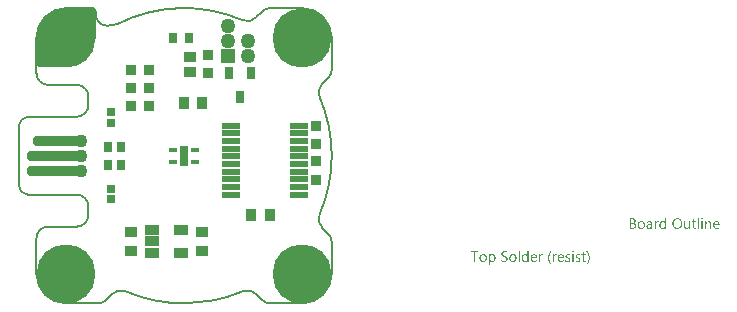
<source format=gts>
G04*
G04 #@! TF.GenerationSoftware,Altium Limited,Altium Designer,22.5.1 (42)*
G04*
G04 Layer_Color=8388736*
%FSAX44Y44*%
%MOMM*%
G71*
G04*
G04 #@! TF.SameCoordinates,210B23D7-8BD8-4DAC-88D1-AF52DF2CA714*
G04*
G04*
G04 #@! TF.FilePolarity,Negative*
G04*
G01*
G75*
%ADD13C,0.2000*%
G04:AMPARAMS|DCode=30|XSize=0.9mm|YSize=4.3mm|CornerRadius=0.351mm|HoleSize=0mm|Usage=FLASHONLY|Rotation=90.000|XOffset=0mm|YOffset=0mm|HoleType=Round|Shape=RoundedRectangle|*
%AMROUNDEDRECTD30*
21,1,0.9000,3.5980,0,0,90.0*
21,1,0.1980,4.3000,0,0,90.0*
1,1,0.7020,1.7990,0.0990*
1,1,0.7020,1.7990,-0.0990*
1,1,0.7020,-1.7990,-0.0990*
1,1,0.7020,-1.7990,0.0990*
%
%ADD30ROUNDEDRECTD30*%
G04:AMPARAMS|DCode=31|XSize=0.9mm|YSize=4.8mm|CornerRadius=0.351mm|HoleSize=0mm|Usage=FLASHONLY|Rotation=90.000|XOffset=0mm|YOffset=0mm|HoleType=Round|Shape=RoundedRectangle|*
%AMROUNDEDRECTD31*
21,1,0.9000,4.0980,0,0,90.0*
21,1,0.1980,4.8000,0,0,90.0*
1,1,0.7020,2.0490,0.0990*
1,1,0.7020,2.0490,-0.0990*
1,1,0.7020,-2.0490,-0.0990*
1,1,0.7020,-2.0490,0.0990*
%
%ADD31ROUNDEDRECTD31*%
%ADD32R,0.9120X0.9628*%
%ADD33R,0.7500X0.9000*%
%ADD34R,0.8000X0.7000*%
%ADD35R,0.9628X0.9120*%
%ADD36R,1.0644X0.9628*%
%ADD37R,0.9500X1.0500*%
%ADD38R,1.1500X0.8500*%
%ADD39R,1.5000X0.5500*%
%ADD40R,0.6500X0.4500*%
%ADD41R,0.8000X1.7000*%
%ADD42R,1.0500X0.9500*%
%ADD43R,0.7500X0.9500*%
%ADD44R,0.7500X1.0500*%
%ADD45C,0.1500*%
%ADD46C,1.1000*%
%ADD47C,5.0000*%
%ADD48R,1.2600X1.2600*%
%ADD49C,1.2600*%
G36*
X-00077764Y00125148D02*
X-00077530Y00125120D01*
X-00077298Y00125075D01*
X-00077071Y00125010D01*
X-00076850Y00124929D01*
X-00076636Y00124830D01*
X-00076430Y00124715D01*
X-00076234Y00124584D01*
X-00076049Y00124438D01*
X-00075876Y00124278D01*
X-00075716Y00124105D01*
X-00075570Y00123920D01*
X-00075439Y00123724D01*
X-00075324Y00123518D01*
X-00075225Y00123304D01*
X-00075144Y00123083D01*
X-00075080Y00122856D01*
X-00075034Y00122625D01*
X-00075006Y00122391D01*
X-00074997Y00122155D01*
X-00074997Y00099000D01*
X-00075006Y00098765D01*
X-00075034Y00098531D01*
X-00075080Y00098300D01*
X-00075144Y00098073D01*
X-00075185Y00097962D01*
X-00075225Y00097851D01*
X-00075275Y00097744D01*
X-00075324Y00097637D01*
X-00075365Y00097563D01*
X-00075439Y00097432D01*
X-00075570Y00097236D01*
X-00075716Y00097051D01*
X-00075793Y00096967D01*
X-00075876Y00096877D01*
X-00075876Y00096877D01*
X-00096876Y00075877D01*
X-00097049Y00075718D01*
X-00097234Y00075571D01*
X-00097430Y00075441D01*
X-00097636Y00075325D01*
X-00097850Y00075227D01*
X-00098071Y00075145D01*
X-00098298Y00075081D01*
X-00098529Y00075035D01*
X-00098764Y00075007D01*
X-00098999Y00074998D01*
X-00122154Y00074998D01*
X-00122389Y00075007D01*
X-00122624Y00075035D01*
X-00122855Y00075081D01*
X-00123082Y00075145D01*
X-00123303Y00075227D01*
X-00123517Y00075325D01*
X-00123722Y00075441D01*
X-00123919Y00075571D01*
X-00124104Y00075718D01*
X-00124277Y00075877D01*
X-00124437Y00076051D01*
X-00124583Y00076236D01*
X-00124714Y00076432D01*
X-00124829Y00076637D01*
X-00124928Y00076852D01*
X-00125009Y00077073D01*
X-00125073Y00077300D01*
X-00125119Y00077531D01*
X-00125147Y00077765D01*
X-00125156Y00078000D01*
X-00125156Y00099845D01*
X-00125156Y00099846D01*
X-00125147Y00100081D01*
X-00125119Y00100315D01*
X-00125073Y00100547D01*
X-00125009Y00100773D01*
X-00124928Y00100995D01*
X-00124829Y00101209D01*
X-00124714Y00101414D01*
X-00124583Y00101610D01*
X-00124437Y00101796D01*
X-00124277Y00101969D01*
X-00101967Y00124278D01*
X-00101794Y00124438D01*
X-00101609Y00124584D01*
X-00101413Y00124715D01*
X-00101207Y00124830D01*
X-00100993Y00124929D01*
X-00100772Y00125010D01*
X-00100545Y00125075D01*
X-00100314Y00125120D01*
X-00100080Y00125148D01*
X-00099844Y00125157D01*
X-00077999Y00125157D01*
X-00077764Y00125148D01*
X-00077764Y00125148D02*
G37*
G36*
X00438642Y-00052543D02*
X00438712Y-00052558D01*
X00438783Y-00052582D01*
X00438862Y-00052621D01*
X00438940Y-00052668D01*
X00439019Y-00052731D01*
X00439026Y-00052739D01*
X00439050Y-00052762D01*
X00439081Y-00052802D01*
X00439120Y-00052857D01*
X00439152Y-00052927D01*
X00439183Y-00053006D01*
X00439207Y-00053100D01*
X00439215Y-00053202D01*
X00439215Y-00053218D01*
X00439215Y-00053249D01*
X00439207Y-00053296D01*
X00439191Y-00053367D01*
X00439168Y-00053437D01*
X00439128Y-00053516D01*
X00439081Y-00053594D01*
X00439019Y-00053673D01*
X00439011Y-00053681D01*
X00438987Y-00053704D01*
X00438940Y-00053736D01*
X00438885Y-00053767D01*
X00438814Y-00053798D01*
X00438736Y-00053830D01*
X00438650Y-00053853D01*
X00438548Y-00053861D01*
X00438500Y-00053861D01*
X00438453Y-00053853D01*
X00438383Y-00053838D01*
X00438312Y-00053814D01*
X00438234Y-00053783D01*
X00438155Y-00053744D01*
X00438077Y-00053681D01*
X00438069Y-00053673D01*
X00438045Y-00053649D01*
X00438014Y-00053602D01*
X00437982Y-00053547D01*
X00437951Y-00053485D01*
X00437920Y-00053398D01*
X00437896Y-00053304D01*
X00437888Y-00053202D01*
X00437888Y-00053186D01*
X00437888Y-00053155D01*
X00437896Y-00053100D01*
X00437912Y-00053037D01*
X00437935Y-00052959D01*
X00437967Y-00052880D01*
X00438014Y-00052802D01*
X00438077Y-00052731D01*
X00438084Y-00052723D01*
X00438108Y-00052700D01*
X00438155Y-00052668D01*
X00438210Y-00052629D01*
X00438281Y-00052598D01*
X00438359Y-00052566D01*
X00438446Y-00052543D01*
X00438548Y-00052535D01*
X00438595Y-00052535D01*
X00438642Y-00052543D01*
X00438642Y-00052543D02*
G37*
G36*
X00408244Y-00061851D02*
X00407224Y-00061851D01*
X00407224Y-00060776D01*
X00407200Y-00060776D01*
X00407192Y-00060792D01*
X00407169Y-00060831D01*
X00407122Y-00060886D01*
X00407067Y-00060964D01*
X00406988Y-00061058D01*
X00406902Y-00061160D01*
X00406792Y-00061270D01*
X00406659Y-00061388D01*
X00406517Y-00061506D01*
X00406353Y-00061616D01*
X00406172Y-00061718D01*
X00405976Y-00061812D01*
X00405764Y-00061890D01*
X00405528Y-00061945D01*
X00405277Y-00061985D01*
X00405010Y-00062000D01*
X00404955Y-00062000D01*
X00404893Y-00061992D01*
X00404814Y-00061985D01*
X00404712Y-00061977D01*
X00404594Y-00061953D01*
X00404461Y-00061930D01*
X00404320Y-00061890D01*
X00404171Y-00061851D01*
X00404014Y-00061788D01*
X00403857Y-00061726D01*
X00403692Y-00061639D01*
X00403535Y-00061545D01*
X00403378Y-00061427D01*
X00403229Y-00061294D01*
X00403088Y-00061145D01*
X00403080Y-00061137D01*
X00403056Y-00061105D01*
X00403025Y-00061058D01*
X00402978Y-00060988D01*
X00402923Y-00060901D01*
X00402860Y-00060799D01*
X00402797Y-00060674D01*
X00402734Y-00060532D01*
X00402664Y-00060375D01*
X00402601Y-00060203D01*
X00402538Y-00060007D01*
X00402483Y-00059803D01*
X00402436Y-00059583D01*
X00402405Y-00059339D01*
X00402381Y-00059088D01*
X00402373Y-00058822D01*
X00402373Y-00058814D01*
X00402373Y-00058806D01*
X00402373Y-00058782D01*
X00402373Y-00058751D01*
X00402381Y-00058672D01*
X00402389Y-00058562D01*
X00402397Y-00058421D01*
X00402413Y-00058272D01*
X00402436Y-00058099D01*
X00402475Y-00057911D01*
X00402515Y-00057715D01*
X00402570Y-00057503D01*
X00402632Y-00057299D01*
X00402711Y-00057079D01*
X00402797Y-00056875D01*
X00402907Y-00056671D01*
X00403025Y-00056475D01*
X00403166Y-00056286D01*
X00403174Y-00056279D01*
X00403205Y-00056247D01*
X00403252Y-00056200D01*
X00403315Y-00056137D01*
X00403394Y-00056067D01*
X00403488Y-00055980D01*
X00403606Y-00055894D01*
X00403731Y-00055808D01*
X00403880Y-00055721D01*
X00404037Y-00055635D01*
X00404210Y-00055549D01*
X00404398Y-00055478D01*
X00404602Y-00055415D01*
X00404822Y-00055368D01*
X00405050Y-00055337D01*
X00405293Y-00055329D01*
X00405348Y-00055329D01*
X00405419Y-00055337D01*
X00405505Y-00055345D01*
X00405615Y-00055360D01*
X00405740Y-00055384D01*
X00405874Y-00055415D01*
X00406023Y-00055455D01*
X00406180Y-00055509D01*
X00406337Y-00055580D01*
X00406494Y-00055666D01*
X00406651Y-00055768D01*
X00406800Y-00055886D01*
X00406949Y-00056020D01*
X00407082Y-00056184D01*
X00407200Y-00056365D01*
X00407224Y-00056365D01*
X00407224Y-00052417D01*
X00408244Y-00052417D01*
X00408244Y-00061851D01*
X00408244Y-00061851D02*
G37*
G36*
X00444348Y-00055337D02*
X00444418Y-00055337D01*
X00444505Y-00055352D01*
X00444607Y-00055368D01*
X00444716Y-00055384D01*
X00444834Y-00055415D01*
X00444960Y-00055447D01*
X00445093Y-00055494D01*
X00445227Y-00055549D01*
X00445360Y-00055619D01*
X00445486Y-00055698D01*
X00445611Y-00055784D01*
X00445729Y-00055894D01*
X00445839Y-00056012D01*
X00445847Y-00056020D01*
X00445862Y-00056043D01*
X00445894Y-00056082D01*
X00445925Y-00056137D01*
X00445965Y-00056208D01*
X00446012Y-00056294D01*
X00446067Y-00056396D01*
X00446121Y-00056506D01*
X00446169Y-00056640D01*
X00446223Y-00056781D01*
X00446271Y-00056946D01*
X00446310Y-00057118D01*
X00446341Y-00057307D01*
X00446373Y-00057511D01*
X00446388Y-00057723D01*
X00446396Y-00057958D01*
X00446396Y-00061851D01*
X00445376Y-00061851D01*
X00445376Y-00058217D01*
X00445376Y-00058209D01*
X00445376Y-00058194D01*
X00445376Y-00058170D01*
X00445376Y-00058131D01*
X00445368Y-00058084D01*
X00445368Y-00058029D01*
X00445352Y-00057903D01*
X00445329Y-00057746D01*
X00445297Y-00057574D01*
X00445250Y-00057393D01*
X00445187Y-00057205D01*
X00445109Y-00057016D01*
X00445015Y-00056836D01*
X00444897Y-00056663D01*
X00444748Y-00056506D01*
X00444583Y-00056381D01*
X00444489Y-00056326D01*
X00444379Y-00056279D01*
X00444269Y-00056239D01*
X00444151Y-00056216D01*
X00444026Y-00056200D01*
X00443892Y-00056192D01*
X00443822Y-00056192D01*
X00443767Y-00056200D01*
X00443704Y-00056208D01*
X00443626Y-00056224D01*
X00443539Y-00056239D01*
X00443453Y-00056263D01*
X00443351Y-00056294D01*
X00443249Y-00056333D01*
X00443147Y-00056381D01*
X00443037Y-00056435D01*
X00442935Y-00056506D01*
X00442825Y-00056585D01*
X00442723Y-00056671D01*
X00442629Y-00056773D01*
X00442621Y-00056781D01*
X00442605Y-00056797D01*
X00442582Y-00056828D01*
X00442550Y-00056875D01*
X00442511Y-00056930D01*
X00442472Y-00057001D01*
X00442425Y-00057079D01*
X00442378Y-00057165D01*
X00442331Y-00057267D01*
X00442284Y-00057377D01*
X00442244Y-00057495D01*
X00442205Y-00057621D01*
X00442174Y-00057762D01*
X00442150Y-00057903D01*
X00442134Y-00058060D01*
X00442127Y-00058217D01*
X00442127Y-00061851D01*
X00441106Y-00061851D01*
X00441106Y-00055478D01*
X00442127Y-00055478D01*
X00442127Y-00056538D01*
X00442150Y-00056538D01*
X00442158Y-00056522D01*
X00442181Y-00056483D01*
X00442229Y-00056428D01*
X00442284Y-00056349D01*
X00442362Y-00056255D01*
X00442448Y-00056153D01*
X00442558Y-00056043D01*
X00442684Y-00055933D01*
X00442825Y-00055823D01*
X00442982Y-00055714D01*
X00443155Y-00055611D01*
X00443335Y-00055517D01*
X00443539Y-00055439D01*
X00443759Y-00055384D01*
X00443994Y-00055345D01*
X00444246Y-00055329D01*
X00444293Y-00055329D01*
X00444348Y-00055337D01*
X00444348Y-00055337D02*
G37*
G36*
X00401227Y-00055376D02*
X00401314Y-00055376D01*
X00401408Y-00055392D01*
X00401510Y-00055407D01*
X00401612Y-00055423D01*
X00401698Y-00055455D01*
X00401698Y-00056514D01*
X00401683Y-00056506D01*
X00401651Y-00056483D01*
X00401589Y-00056451D01*
X00401502Y-00056412D01*
X00401384Y-00056373D01*
X00401259Y-00056341D01*
X00401102Y-00056318D01*
X00400921Y-00056310D01*
X00400859Y-00056310D01*
X00400812Y-00056318D01*
X00400756Y-00056326D01*
X00400694Y-00056341D01*
X00400545Y-00056389D01*
X00400458Y-00056420D01*
X00400372Y-00056459D01*
X00400278Y-00056514D01*
X00400184Y-00056569D01*
X00400097Y-00056640D01*
X00400003Y-00056726D01*
X00399917Y-00056820D01*
X00399830Y-00056930D01*
X00399823Y-00056938D01*
X00399815Y-00056961D01*
X00399791Y-00056993D01*
X00399760Y-00057040D01*
X00399728Y-00057103D01*
X00399689Y-00057181D01*
X00399650Y-00057267D01*
X00399611Y-00057369D01*
X00399571Y-00057479D01*
X00399532Y-00057605D01*
X00399493Y-00057746D01*
X00399462Y-00057895D01*
X00399430Y-00058060D01*
X00399407Y-00058233D01*
X00399399Y-00058413D01*
X00399391Y-00058610D01*
X00399391Y-00061851D01*
X00398371Y-00061851D01*
X00398371Y-00055478D01*
X00399391Y-00055478D01*
X00399391Y-00056797D01*
X00399414Y-00056797D01*
X00399414Y-00056789D01*
X00399422Y-00056765D01*
X00399438Y-00056734D01*
X00399454Y-00056687D01*
X00399477Y-00056632D01*
X00399509Y-00056561D01*
X00399579Y-00056412D01*
X00399673Y-00056239D01*
X00399791Y-00056067D01*
X00399925Y-00055902D01*
X00400081Y-00055745D01*
X00400089Y-00055737D01*
X00400105Y-00055729D01*
X00400129Y-00055714D01*
X00400160Y-00055682D01*
X00400199Y-00055658D01*
X00400254Y-00055627D01*
X00400372Y-00055557D01*
X00400521Y-00055486D01*
X00400694Y-00055423D01*
X00400882Y-00055384D01*
X00400984Y-00055376D01*
X00401086Y-00055368D01*
X00401149Y-00055368D01*
X00401227Y-00055376D01*
X00401227Y-00055376D02*
G37*
G36*
X00428564Y-00061851D02*
X00427544Y-00061851D01*
X00427544Y-00060847D01*
X00427520Y-00060847D01*
X00427512Y-00060862D01*
X00427489Y-00060894D01*
X00427450Y-00060956D01*
X00427402Y-00061027D01*
X00427332Y-00061113D01*
X00427246Y-00061207D01*
X00427151Y-00061317D01*
X00427034Y-00061419D01*
X00426908Y-00061529D01*
X00426759Y-00061631D01*
X00426602Y-00061733D01*
X00426421Y-00061820D01*
X00426225Y-00061890D01*
X00426021Y-00061953D01*
X00425794Y-00061985D01*
X00425550Y-00062000D01*
X00425495Y-00062000D01*
X00425456Y-00061992D01*
X00425401Y-00061992D01*
X00425338Y-00061985D01*
X00425268Y-00061969D01*
X00425197Y-00061961D01*
X00425024Y-00061914D01*
X00424828Y-00061859D01*
X00424624Y-00061773D01*
X00424522Y-00061718D01*
X00424412Y-00061663D01*
X00424302Y-00061592D01*
X00424200Y-00061521D01*
X00424098Y-00061435D01*
X00423996Y-00061341D01*
X00423894Y-00061231D01*
X00423800Y-00061121D01*
X00423714Y-00060996D01*
X00423627Y-00060854D01*
X00423557Y-00060705D01*
X00423486Y-00060548D01*
X00423423Y-00060375D01*
X00423368Y-00060187D01*
X00423329Y-00059983D01*
X00423298Y-00059771D01*
X00423282Y-00059536D01*
X00423274Y-00059292D01*
X00423274Y-00055478D01*
X00424287Y-00055478D01*
X00424287Y-00059128D01*
X00424287Y-00059135D01*
X00424287Y-00059151D01*
X00424287Y-00059175D01*
X00424287Y-00059214D01*
X00424295Y-00059261D01*
X00424295Y-00059316D01*
X00424310Y-00059442D01*
X00424334Y-00059598D01*
X00424365Y-00059763D01*
X00424420Y-00059952D01*
X00424483Y-00060132D01*
X00424561Y-00060321D01*
X00424663Y-00060509D01*
X00424789Y-00060674D01*
X00424938Y-00060831D01*
X00425119Y-00060956D01*
X00425213Y-00061011D01*
X00425323Y-00061058D01*
X00425440Y-00061098D01*
X00425558Y-00061121D01*
X00425691Y-00061137D01*
X00425833Y-00061145D01*
X00425903Y-00061145D01*
X00425958Y-00061137D01*
X00426021Y-00061129D01*
X00426092Y-00061113D01*
X00426178Y-00061098D01*
X00426264Y-00061074D01*
X00426359Y-00061051D01*
X00426461Y-00061011D01*
X00426563Y-00060964D01*
X00426665Y-00060909D01*
X00426767Y-00060847D01*
X00426869Y-00060776D01*
X00426963Y-00060690D01*
X00427057Y-00060595D01*
X00427065Y-00060588D01*
X00427081Y-00060572D01*
X00427104Y-00060540D01*
X00427136Y-00060493D01*
X00427167Y-00060438D01*
X00427214Y-00060375D01*
X00427253Y-00060297D01*
X00427300Y-00060211D01*
X00427348Y-00060109D01*
X00427387Y-00059999D01*
X00427434Y-00059881D01*
X00427465Y-00059756D01*
X00427497Y-00059614D01*
X00427520Y-00059473D01*
X00427536Y-00059316D01*
X00427544Y-00059151D01*
X00427544Y-00055478D01*
X00428564Y-00055478D01*
X00428564Y-00061851D01*
X00428564Y-00061851D02*
G37*
G36*
X00439042Y-00061851D02*
X00438022Y-00061851D01*
X00438022Y-00055478D01*
X00439042Y-00055478D01*
X00439042Y-00061851D01*
X00439042Y-00061851D02*
G37*
G36*
X00435957Y-00061851D02*
X00434937Y-00061851D01*
X00434937Y-00052417D01*
X00435957Y-00052417D01*
X00435957Y-00061851D01*
X00435957Y-00061851D02*
G37*
G36*
X00394297Y-00055337D02*
X00394352Y-00055337D01*
X00394407Y-00055345D01*
X00394478Y-00055352D01*
X00394556Y-00055368D01*
X00394721Y-00055399D01*
X00394917Y-00055455D01*
X00395113Y-00055525D01*
X00395325Y-00055627D01*
X00395537Y-00055753D01*
X00395639Y-00055823D01*
X00395741Y-00055910D01*
X00395835Y-00056004D01*
X00395930Y-00056098D01*
X00396016Y-00056208D01*
X00396095Y-00056333D01*
X00396173Y-00056459D01*
X00396244Y-00056600D01*
X00396298Y-00056757D01*
X00396353Y-00056922D01*
X00396393Y-00057095D01*
X00396424Y-00057291D01*
X00396440Y-00057487D01*
X00396448Y-00057707D01*
X00396448Y-00061851D01*
X00395427Y-00061851D01*
X00395427Y-00060862D01*
X00395404Y-00060862D01*
X00395396Y-00060878D01*
X00395372Y-00060909D01*
X00395333Y-00060964D01*
X00395278Y-00061043D01*
X00395208Y-00061129D01*
X00395121Y-00061223D01*
X00395027Y-00061325D01*
X00394909Y-00061427D01*
X00394776Y-00061537D01*
X00394635Y-00061639D01*
X00394470Y-00061733D01*
X00394297Y-00061820D01*
X00394101Y-00061898D01*
X00393897Y-00061953D01*
X00393677Y-00061985D01*
X00393442Y-00062000D01*
X00393347Y-00062000D01*
X00393285Y-00061992D01*
X00393206Y-00061985D01*
X00393112Y-00061977D01*
X00393010Y-00061961D01*
X00392900Y-00061937D01*
X00392657Y-00061875D01*
X00392539Y-00061835D01*
X00392413Y-00061788D01*
X00392288Y-00061733D01*
X00392170Y-00061663D01*
X00392060Y-00061584D01*
X00391950Y-00061498D01*
X00391942Y-00061490D01*
X00391927Y-00061474D01*
X00391903Y-00061443D01*
X00391864Y-00061404D01*
X00391825Y-00061357D01*
X00391786Y-00061294D01*
X00391731Y-00061223D01*
X00391684Y-00061145D01*
X00391637Y-00061051D01*
X00391589Y-00060949D01*
X00391542Y-00060839D01*
X00391503Y-00060721D01*
X00391464Y-00060595D01*
X00391440Y-00060462D01*
X00391424Y-00060313D01*
X00391417Y-00060164D01*
X00391417Y-00060156D01*
X00391417Y-00060140D01*
X00391417Y-00060117D01*
X00391424Y-00060085D01*
X00391424Y-00060046D01*
X00391432Y-00059999D01*
X00391448Y-00059881D01*
X00391479Y-00059740D01*
X00391527Y-00059583D01*
X00391589Y-00059410D01*
X00391684Y-00059230D01*
X00391793Y-00059049D01*
X00391927Y-00058869D01*
X00392013Y-00058782D01*
X00392099Y-00058696D01*
X00392202Y-00058610D01*
X00392304Y-00058531D01*
X00392421Y-00058453D01*
X00392547Y-00058382D01*
X00392680Y-00058319D01*
X00392829Y-00058256D01*
X00392986Y-00058201D01*
X00393151Y-00058154D01*
X00393332Y-00058115D01*
X00393520Y-00058084D01*
X00395427Y-00057817D01*
X00395427Y-00057809D01*
X00395427Y-00057801D01*
X00395427Y-00057778D01*
X00395427Y-00057746D01*
X00395420Y-00057668D01*
X00395404Y-00057566D01*
X00395388Y-00057440D01*
X00395357Y-00057299D01*
X00395317Y-00057158D01*
X00395262Y-00057001D01*
X00395192Y-00056852D01*
X00395106Y-00056702D01*
X00395004Y-00056569D01*
X00394878Y-00056443D01*
X00394721Y-00056341D01*
X00394548Y-00056263D01*
X00394454Y-00056231D01*
X00394344Y-00056208D01*
X00394234Y-00056200D01*
X00394117Y-00056192D01*
X00394062Y-00056192D01*
X00394007Y-00056200D01*
X00393920Y-00056208D01*
X00393818Y-00056216D01*
X00393701Y-00056231D01*
X00393567Y-00056255D01*
X00393426Y-00056286D01*
X00393269Y-00056333D01*
X00393104Y-00056381D01*
X00392932Y-00056443D01*
X00392751Y-00056522D01*
X00392570Y-00056616D01*
X00392390Y-00056718D01*
X00392209Y-00056836D01*
X00392037Y-00056977D01*
X00392037Y-00055933D01*
X00392045Y-00055925D01*
X00392076Y-00055910D01*
X00392131Y-00055878D01*
X00392202Y-00055839D01*
X00392296Y-00055792D01*
X00392398Y-00055745D01*
X00392523Y-00055690D01*
X00392665Y-00055627D01*
X00392814Y-00055572D01*
X00392979Y-00055517D01*
X00393159Y-00055470D01*
X00393347Y-00055423D01*
X00393551Y-00055384D01*
X00393756Y-00055352D01*
X00393975Y-00055337D01*
X00394203Y-00055329D01*
X00394258Y-00055329D01*
X00394297Y-00055337D01*
X00394297Y-00055337D02*
G37*
G36*
X00379981Y-00052935D02*
X00380075Y-00052943D01*
X00380185Y-00052959D01*
X00380311Y-00052974D01*
X00380452Y-00052998D01*
X00380593Y-00053029D01*
X00380743Y-00053068D01*
X00380900Y-00053116D01*
X00381049Y-00053170D01*
X00381206Y-00053233D01*
X00381347Y-00053312D01*
X00381488Y-00053398D01*
X00381622Y-00053500D01*
X00381629Y-00053508D01*
X00381653Y-00053524D01*
X00381684Y-00053555D01*
X00381724Y-00053602D01*
X00381779Y-00053657D01*
X00381834Y-00053728D01*
X00381896Y-00053806D01*
X00381959Y-00053893D01*
X00382022Y-00053995D01*
X00382085Y-00054104D01*
X00382140Y-00054230D01*
X00382195Y-00054356D01*
X00382234Y-00054497D01*
X00382265Y-00054646D01*
X00382289Y-00054803D01*
X00382297Y-00054968D01*
X00382297Y-00054976D01*
X00382297Y-00054999D01*
X00382297Y-00055038D01*
X00382289Y-00055093D01*
X00382281Y-00055164D01*
X00382273Y-00055235D01*
X00382265Y-00055321D01*
X00382249Y-00055415D01*
X00382195Y-00055627D01*
X00382124Y-00055847D01*
X00382077Y-00055965D01*
X00382022Y-00056075D01*
X00381959Y-00056184D01*
X00381889Y-00056294D01*
X00381881Y-00056302D01*
X00381873Y-00056318D01*
X00381849Y-00056349D01*
X00381810Y-00056389D01*
X00381771Y-00056428D01*
X00381724Y-00056483D01*
X00381661Y-00056538D01*
X00381598Y-00056600D01*
X00381520Y-00056663D01*
X00381433Y-00056734D01*
X00381339Y-00056797D01*
X00381237Y-00056867D01*
X00381127Y-00056930D01*
X00381017Y-00056985D01*
X00380758Y-00057087D01*
X00380758Y-00057111D01*
X00380766Y-00057111D01*
X00380798Y-00057118D01*
X00380845Y-00057126D01*
X00380907Y-00057134D01*
X00380986Y-00057150D01*
X00381072Y-00057173D01*
X00381174Y-00057205D01*
X00381276Y-00057236D01*
X00381504Y-00057322D01*
X00381629Y-00057377D01*
X00381747Y-00057448D01*
X00381865Y-00057519D01*
X00381983Y-00057597D01*
X00382100Y-00057691D01*
X00382202Y-00057793D01*
X00382210Y-00057801D01*
X00382226Y-00057817D01*
X00382249Y-00057848D01*
X00382289Y-00057895D01*
X00382328Y-00057958D01*
X00382375Y-00058021D01*
X00382422Y-00058107D01*
X00382477Y-00058194D01*
X00382524Y-00058296D01*
X00382571Y-00058413D01*
X00382618Y-00058531D01*
X00382658Y-00058665D01*
X00382697Y-00058814D01*
X00382720Y-00058963D01*
X00382736Y-00059120D01*
X00382744Y-00059292D01*
X00382744Y-00059308D01*
X00382744Y-00059339D01*
X00382736Y-00059402D01*
X00382728Y-00059481D01*
X00382720Y-00059583D01*
X00382697Y-00059693D01*
X00382673Y-00059818D01*
X00382642Y-00059952D01*
X00382595Y-00060101D01*
X00382540Y-00060250D01*
X00382477Y-00060399D01*
X00382399Y-00060556D01*
X00382304Y-00060713D01*
X00382195Y-00060862D01*
X00382069Y-00061003D01*
X00381920Y-00061145D01*
X00381912Y-00061153D01*
X00381881Y-00061176D01*
X00381834Y-00061207D01*
X00381771Y-00061255D01*
X00381692Y-00061309D01*
X00381590Y-00061364D01*
X00381480Y-00061435D01*
X00381355Y-00061498D01*
X00381206Y-00061561D01*
X00381049Y-00061624D01*
X00380884Y-00061686D01*
X00380695Y-00061741D01*
X00380499Y-00061788D01*
X00380295Y-00061820D01*
X00380075Y-00061843D01*
X00379848Y-00061851D01*
X00377250Y-00061851D01*
X00377250Y-00052927D01*
X00379895Y-00052927D01*
X00379981Y-00052935D01*
X00379981Y-00052935D02*
G37*
G36*
X00431970Y-00055478D02*
X00433579Y-00055478D01*
X00433579Y-00056357D01*
X00431970Y-00056357D01*
X00431970Y-00059944D01*
X00431970Y-00059952D01*
X00431970Y-00059975D01*
X00431970Y-00060007D01*
X00431970Y-00060046D01*
X00431978Y-00060101D01*
X00431986Y-00060164D01*
X00432002Y-00060297D01*
X00432025Y-00060454D01*
X00432065Y-00060603D01*
X00432119Y-00060744D01*
X00432151Y-00060807D01*
X00432190Y-00060862D01*
X00432198Y-00060870D01*
X00432229Y-00060901D01*
X00432284Y-00060949D01*
X00432363Y-00060996D01*
X00432465Y-00061051D01*
X00432590Y-00061090D01*
X00432740Y-00061121D01*
X00432912Y-00061137D01*
X00432975Y-00061137D01*
X00433046Y-00061129D01*
X00433140Y-00061113D01*
X00433242Y-00061082D01*
X00433360Y-00061051D01*
X00433470Y-00060996D01*
X00433579Y-00060925D01*
X00433579Y-00061796D01*
X00433572Y-00061796D01*
X00433564Y-00061804D01*
X00433540Y-00061812D01*
X00433517Y-00061828D01*
X00433430Y-00061859D01*
X00433328Y-00061890D01*
X00433187Y-00061922D01*
X00433022Y-00061953D01*
X00432834Y-00061977D01*
X00432622Y-00061985D01*
X00432551Y-00061985D01*
X00432465Y-00061969D01*
X00432363Y-00061953D01*
X00432237Y-00061930D01*
X00432096Y-00061883D01*
X00431939Y-00061828D01*
X00431790Y-00061749D01*
X00431633Y-00061655D01*
X00431476Y-00061529D01*
X00431335Y-00061380D01*
X00431272Y-00061294D01*
X00431209Y-00061200D01*
X00431154Y-00061098D01*
X00431107Y-00060988D01*
X00431060Y-00060870D01*
X00431021Y-00060737D01*
X00430989Y-00060603D01*
X00430966Y-00060454D01*
X00430958Y-00060297D01*
X00430950Y-00060124D01*
X00430950Y-00056357D01*
X00429859Y-00056357D01*
X00429859Y-00055478D01*
X00430950Y-00055478D01*
X00430950Y-00053924D01*
X00431970Y-00053594D01*
X00431970Y-00055478D01*
X00431970Y-00055478D02*
G37*
G36*
X00450941Y-00055337D02*
X00451027Y-00055345D01*
X00451137Y-00055352D01*
X00451254Y-00055368D01*
X00451388Y-00055399D01*
X00451529Y-00055431D01*
X00451686Y-00055470D01*
X00451843Y-00055525D01*
X00452000Y-00055596D01*
X00452165Y-00055674D01*
X00452322Y-00055768D01*
X00452471Y-00055878D01*
X00452620Y-00056004D01*
X00452753Y-00056145D01*
X00452761Y-00056153D01*
X00452785Y-00056184D01*
X00452816Y-00056231D01*
X00452863Y-00056294D01*
X00452910Y-00056373D01*
X00452973Y-00056475D01*
X00453036Y-00056592D01*
X00453099Y-00056726D01*
X00453162Y-00056883D01*
X00453224Y-00057048D01*
X00453287Y-00057236D01*
X00453334Y-00057432D01*
X00453381Y-00057652D01*
X00453413Y-00057880D01*
X00453436Y-00058131D01*
X00453444Y-00058390D01*
X00453444Y-00058924D01*
X00448939Y-00058924D01*
X00448939Y-00058939D01*
X00448939Y-00058971D01*
X00448947Y-00059026D01*
X00448955Y-00059096D01*
X00448963Y-00059190D01*
X00448978Y-00059292D01*
X00448994Y-00059402D01*
X00449025Y-00059528D01*
X00449096Y-00059795D01*
X00449143Y-00059928D01*
X00449198Y-00060069D01*
X00449261Y-00060203D01*
X00449332Y-00060336D01*
X00449418Y-00060454D01*
X00449512Y-00060572D01*
X00449520Y-00060580D01*
X00449536Y-00060595D01*
X00449567Y-00060627D01*
X00449614Y-00060658D01*
X00449669Y-00060705D01*
X00449740Y-00060752D01*
X00449818Y-00060807D01*
X00449905Y-00060854D01*
X00450006Y-00060909D01*
X00450124Y-00060964D01*
X00450242Y-00061011D01*
X00450383Y-00061058D01*
X00450524Y-00061090D01*
X00450681Y-00061121D01*
X00450846Y-00061137D01*
X00451019Y-00061145D01*
X00451066Y-00061145D01*
X00451121Y-00061137D01*
X00451199Y-00061137D01*
X00451294Y-00061121D01*
X00451404Y-00061105D01*
X00451529Y-00061082D01*
X00451670Y-00061058D01*
X00451819Y-00061019D01*
X00451977Y-00060972D01*
X00452141Y-00060917D01*
X00452306Y-00060847D01*
X00452479Y-00060768D01*
X00452651Y-00060674D01*
X00452824Y-00060564D01*
X00452997Y-00060438D01*
X00452997Y-00061396D01*
X00452989Y-00061404D01*
X00452958Y-00061419D01*
X00452910Y-00061451D01*
X00452848Y-00061490D01*
X00452761Y-00061537D01*
X00452659Y-00061584D01*
X00452542Y-00061639D01*
X00452408Y-00061694D01*
X00452251Y-00061757D01*
X00452086Y-00061812D01*
X00451906Y-00061859D01*
X00451710Y-00061906D01*
X00451498Y-00061945D01*
X00451270Y-00061977D01*
X00451027Y-00061992D01*
X00450776Y-00062000D01*
X00450713Y-00062000D01*
X00450650Y-00061992D01*
X00450556Y-00061985D01*
X00450438Y-00061977D01*
X00450305Y-00061953D01*
X00450163Y-00061930D01*
X00450006Y-00061890D01*
X00449842Y-00061843D01*
X00449669Y-00061788D01*
X00449488Y-00061718D01*
X00449316Y-00061639D01*
X00449135Y-00061537D01*
X00448970Y-00061419D01*
X00448806Y-00061286D01*
X00448657Y-00061137D01*
X00448649Y-00061129D01*
X00448625Y-00061098D01*
X00448586Y-00061043D01*
X00448539Y-00060972D01*
X00448476Y-00060886D01*
X00448413Y-00060776D01*
X00448343Y-00060650D01*
X00448272Y-00060501D01*
X00448201Y-00060344D01*
X00448131Y-00060156D01*
X00448068Y-00059960D01*
X00448005Y-00059740D01*
X00447958Y-00059504D01*
X00447919Y-00059253D01*
X00447895Y-00058979D01*
X00447887Y-00058696D01*
X00447887Y-00058688D01*
X00447887Y-00058680D01*
X00447887Y-00058657D01*
X00447887Y-00058633D01*
X00447895Y-00058555D01*
X00447903Y-00058445D01*
X00447911Y-00058319D01*
X00447934Y-00058178D01*
X00447958Y-00058013D01*
X00447989Y-00057833D01*
X00448036Y-00057644D01*
X00448091Y-00057448D01*
X00448162Y-00057244D01*
X00448241Y-00057040D01*
X00448335Y-00056844D01*
X00448452Y-00056640D01*
X00448578Y-00056451D01*
X00448727Y-00056271D01*
X00448735Y-00056263D01*
X00448766Y-00056231D01*
X00448814Y-00056184D01*
X00448876Y-00056122D01*
X00448963Y-00056051D01*
X00449065Y-00055972D01*
X00449174Y-00055886D01*
X00449308Y-00055800D01*
X00449449Y-00055714D01*
X00449614Y-00055627D01*
X00449787Y-00055549D01*
X00449967Y-00055478D01*
X00450163Y-00055415D01*
X00450375Y-00055368D01*
X00450595Y-00055337D01*
X00450823Y-00055329D01*
X00450878Y-00055329D01*
X00450941Y-00055337D01*
X00450941Y-00055337D02*
G37*
G36*
X00417812Y-00052786D02*
X00417867Y-00052786D01*
X00417921Y-00052794D01*
X00417992Y-00052794D01*
X00418149Y-00052817D01*
X00418330Y-00052841D01*
X00418534Y-00052880D01*
X00418753Y-00052935D01*
X00418981Y-00052998D01*
X00419224Y-00053084D01*
X00419468Y-00053186D01*
X00419719Y-00053304D01*
X00419970Y-00053445D01*
X00420205Y-00053610D01*
X00420441Y-00053806D01*
X00420661Y-00054026D01*
X00420676Y-00054042D01*
X00420708Y-00054081D01*
X00420763Y-00054152D01*
X00420841Y-00054254D01*
X00420920Y-00054379D01*
X00421022Y-00054528D01*
X00421124Y-00054701D01*
X00421226Y-00054897D01*
X00421328Y-00055125D01*
X00421430Y-00055368D01*
X00421532Y-00055635D01*
X00421618Y-00055925D01*
X00421689Y-00056239D01*
X00421744Y-00056569D01*
X00421775Y-00056914D01*
X00421791Y-00057283D01*
X00421791Y-00057291D01*
X00421791Y-00057307D01*
X00421791Y-00057338D01*
X00421791Y-00057377D01*
X00421783Y-00057432D01*
X00421783Y-00057495D01*
X00421775Y-00057566D01*
X00421775Y-00057644D01*
X00421767Y-00057731D01*
X00421759Y-00057825D01*
X00421728Y-00058037D01*
X00421697Y-00058280D01*
X00421650Y-00058531D01*
X00421587Y-00058806D01*
X00421508Y-00059088D01*
X00421414Y-00059371D01*
X00421304Y-00059661D01*
X00421171Y-00059944D01*
X00421014Y-00060226D01*
X00420833Y-00060485D01*
X00420629Y-00060737D01*
X00420614Y-00060752D01*
X00420574Y-00060792D01*
X00420512Y-00060854D01*
X00420417Y-00060933D01*
X00420299Y-00061027D01*
X00420158Y-00061137D01*
X00420001Y-00061247D01*
X00419813Y-00061364D01*
X00419601Y-00061482D01*
X00419366Y-00061600D01*
X00419114Y-00061710D01*
X00418840Y-00061804D01*
X00418541Y-00061883D01*
X00418228Y-00061945D01*
X00417890Y-00061985D01*
X00417537Y-00062000D01*
X00417450Y-00062000D01*
X00417411Y-00061992D01*
X00417356Y-00061992D01*
X00417294Y-00061985D01*
X00417223Y-00061977D01*
X00417058Y-00061961D01*
X00416878Y-00061937D01*
X00416666Y-00061898D01*
X00416446Y-00061843D01*
X00416203Y-00061780D01*
X00415959Y-00061694D01*
X00415708Y-00061592D01*
X00415449Y-00061474D01*
X00415198Y-00061333D01*
X00414955Y-00061160D01*
X00414711Y-00060972D01*
X00414492Y-00060752D01*
X00414476Y-00060737D01*
X00414445Y-00060697D01*
X00414389Y-00060627D01*
X00414311Y-00060525D01*
X00414225Y-00060399D01*
X00414131Y-00060250D01*
X00414029Y-00060077D01*
X00413927Y-00059873D01*
X00413817Y-00059654D01*
X00413715Y-00059410D01*
X00413620Y-00059143D01*
X00413534Y-00058853D01*
X00413456Y-00058539D01*
X00413401Y-00058209D01*
X00413369Y-00057864D01*
X00413354Y-00057495D01*
X00413354Y-00057487D01*
X00413354Y-00057472D01*
X00413354Y-00057440D01*
X00413354Y-00057401D01*
X00413361Y-00057346D01*
X00413361Y-00057291D01*
X00413369Y-00057220D01*
X00413369Y-00057142D01*
X00413377Y-00057056D01*
X00413393Y-00056954D01*
X00413416Y-00056750D01*
X00413448Y-00056514D01*
X00413503Y-00056263D01*
X00413558Y-00055988D01*
X00413636Y-00055714D01*
X00413730Y-00055431D01*
X00413840Y-00055141D01*
X00413974Y-00054858D01*
X00414131Y-00054583D01*
X00414311Y-00054316D01*
X00414515Y-00054065D01*
X00414531Y-00054050D01*
X00414570Y-00054010D01*
X00414633Y-00053948D01*
X00414727Y-00053861D01*
X00414845Y-00053767D01*
X00414994Y-00053657D01*
X00415159Y-00053539D01*
X00415347Y-00053422D01*
X00415567Y-00053304D01*
X00415802Y-00053186D01*
X00416061Y-00053076D01*
X00416344Y-00052982D01*
X00416650Y-00052896D01*
X00416972Y-00052833D01*
X00417317Y-00052794D01*
X00417686Y-00052778D01*
X00417764Y-00052778D01*
X00417812Y-00052786D01*
X00417812Y-00052786D02*
G37*
G36*
X00387367Y-00055337D02*
X00387469Y-00055345D01*
X00387587Y-00055352D01*
X00387728Y-00055376D01*
X00387877Y-00055399D01*
X00388042Y-00055439D01*
X00388222Y-00055486D01*
X00388403Y-00055541D01*
X00388583Y-00055611D01*
X00388772Y-00055698D01*
X00388952Y-00055800D01*
X00389133Y-00055918D01*
X00389298Y-00056051D01*
X00389454Y-00056208D01*
X00389462Y-00056216D01*
X00389486Y-00056247D01*
X00389525Y-00056302D01*
X00389580Y-00056373D01*
X00389643Y-00056459D01*
X00389706Y-00056569D01*
X00389784Y-00056695D01*
X00389855Y-00056844D01*
X00389933Y-00057009D01*
X00390004Y-00057189D01*
X00390067Y-00057385D01*
X00390130Y-00057605D01*
X00390185Y-00057840D01*
X00390224Y-00058092D01*
X00390247Y-00058358D01*
X00390255Y-00058641D01*
X00390255Y-00058649D01*
X00390255Y-00058657D01*
X00390255Y-00058680D01*
X00390255Y-00058712D01*
X00390247Y-00058790D01*
X00390239Y-00058892D01*
X00390232Y-00059026D01*
X00390208Y-00059175D01*
X00390185Y-00059339D01*
X00390145Y-00059520D01*
X00390098Y-00059708D01*
X00390043Y-00059913D01*
X00389972Y-00060117D01*
X00389894Y-00060321D01*
X00389792Y-00060525D01*
X00389674Y-00060721D01*
X00389541Y-00060909D01*
X00389392Y-00061090D01*
X00389384Y-00061098D01*
X00389352Y-00061129D01*
X00389305Y-00061176D01*
X00389235Y-00061231D01*
X00389148Y-00061302D01*
X00389046Y-00061380D01*
X00388921Y-00061459D01*
X00388780Y-00061545D01*
X00388623Y-00061631D01*
X00388450Y-00061710D01*
X00388262Y-00061788D01*
X00388058Y-00061859D01*
X00387830Y-00061914D01*
X00387594Y-00061961D01*
X00387351Y-00061992D01*
X00387084Y-00062000D01*
X00387021Y-00062000D01*
X00386951Y-00061992D01*
X00386849Y-00061985D01*
X00386731Y-00061977D01*
X00386590Y-00061953D01*
X00386441Y-00061930D01*
X00386276Y-00061890D01*
X00386095Y-00061843D01*
X00385915Y-00061780D01*
X00385727Y-00061710D01*
X00385538Y-00061624D01*
X00385350Y-00061521D01*
X00385161Y-00061404D01*
X00384989Y-00061270D01*
X00384824Y-00061113D01*
X00384816Y-00061105D01*
X00384785Y-00061074D01*
X00384745Y-00061019D01*
X00384690Y-00060949D01*
X00384628Y-00060862D01*
X00384557Y-00060752D01*
X00384486Y-00060627D01*
X00384408Y-00060478D01*
X00384329Y-00060321D01*
X00384251Y-00060140D01*
X00384180Y-00059944D01*
X00384118Y-00059732D01*
X00384063Y-00059512D01*
X00384023Y-00059269D01*
X00383992Y-00059010D01*
X00383984Y-00058743D01*
X00383984Y-00058735D01*
X00383984Y-00058727D01*
X00383984Y-00058704D01*
X00383984Y-00058672D01*
X00383992Y-00058586D01*
X00384000Y-00058476D01*
X00384008Y-00058343D01*
X00384031Y-00058186D01*
X00384055Y-00058013D01*
X00384094Y-00057825D01*
X00384141Y-00057628D01*
X00384196Y-00057425D01*
X00384267Y-00057213D01*
X00384353Y-00057001D01*
X00384455Y-00056797D01*
X00384565Y-00056600D01*
X00384698Y-00056412D01*
X00384855Y-00056231D01*
X00384863Y-00056224D01*
X00384894Y-00056192D01*
X00384949Y-00056145D01*
X00385020Y-00056090D01*
X00385106Y-00056020D01*
X00385216Y-00055949D01*
X00385342Y-00055863D01*
X00385483Y-00055776D01*
X00385640Y-00055698D01*
X00385821Y-00055611D01*
X00386017Y-00055541D01*
X00386229Y-00055470D01*
X00386456Y-00055415D01*
X00386700Y-00055368D01*
X00386959Y-00055337D01*
X00387233Y-00055329D01*
X00387296Y-00055329D01*
X00387367Y-00055337D01*
X00387367Y-00055337D02*
G37*
G36*
X00329311Y-00080514D02*
X00329382Y-00080530D01*
X00329452Y-00080554D01*
X00329531Y-00080593D01*
X00329609Y-00080640D01*
X00329688Y-00080703D01*
X00329696Y-00080710D01*
X00329719Y-00080734D01*
X00329751Y-00080773D01*
X00329790Y-00080828D01*
X00329821Y-00080899D01*
X00329853Y-00080977D01*
X00329876Y-00081072D01*
X00329884Y-00081173D01*
X00329884Y-00081189D01*
X00329884Y-00081221D01*
X00329876Y-00081268D01*
X00329860Y-00081338D01*
X00329837Y-00081409D01*
X00329798Y-00081488D01*
X00329751Y-00081566D01*
X00329688Y-00081644D01*
X00329680Y-00081652D01*
X00329656Y-00081676D01*
X00329609Y-00081707D01*
X00329554Y-00081739D01*
X00329484Y-00081770D01*
X00329405Y-00081801D01*
X00329319Y-00081825D01*
X00329217Y-00081833D01*
X00329170Y-00081833D01*
X00329123Y-00081825D01*
X00329052Y-00081809D01*
X00328981Y-00081786D01*
X00328903Y-00081754D01*
X00328824Y-00081715D01*
X00328746Y-00081652D01*
X00328738Y-00081644D01*
X00328714Y-00081621D01*
X00328683Y-00081574D01*
X00328652Y-00081519D01*
X00328620Y-00081456D01*
X00328589Y-00081370D01*
X00328565Y-00081276D01*
X00328558Y-00081173D01*
X00328558Y-00081158D01*
X00328558Y-00081126D01*
X00328565Y-00081072D01*
X00328581Y-00081009D01*
X00328605Y-00080930D01*
X00328636Y-00080852D01*
X00328683Y-00080773D01*
X00328746Y-00080703D01*
X00328754Y-00080695D01*
X00328777Y-00080671D01*
X00328824Y-00080640D01*
X00328879Y-00080601D01*
X00328950Y-00080569D01*
X00329029Y-00080538D01*
X00329115Y-00080514D01*
X00329217Y-00080506D01*
X00329264Y-00080506D01*
X00329311Y-00080514D01*
X00329311Y-00080514D02*
G37*
G36*
X00271961Y-00080758D02*
X00272071Y-00080758D01*
X00272197Y-00080765D01*
X00272338Y-00080773D01*
X00272487Y-00080789D01*
X00272801Y-00080828D01*
X00273115Y-00080883D01*
X00273272Y-00080922D01*
X00273413Y-00080962D01*
X00273555Y-00081017D01*
X00273672Y-00081072D01*
X00273672Y-00082249D01*
X00273664Y-00082241D01*
X00273633Y-00082225D01*
X00273594Y-00082202D01*
X00273531Y-00082163D01*
X00273452Y-00082123D01*
X00273358Y-00082076D01*
X00273249Y-00082021D01*
X00273123Y-00081974D01*
X00272982Y-00081919D01*
X00272825Y-00081872D01*
X00272660Y-00081825D01*
X00272479Y-00081786D01*
X00272291Y-00081747D01*
X00272087Y-00081723D01*
X00271867Y-00081707D01*
X00271639Y-00081699D01*
X00271514Y-00081699D01*
X00271428Y-00081707D01*
X00271326Y-00081715D01*
X00271208Y-00081731D01*
X00271082Y-00081747D01*
X00270957Y-00081770D01*
X00270941Y-00081770D01*
X00270902Y-00081786D01*
X00270839Y-00081801D01*
X00270753Y-00081825D01*
X00270658Y-00081856D01*
X00270556Y-00081896D01*
X00270446Y-00081951D01*
X00270345Y-00082006D01*
X00270337Y-00082013D01*
X00270297Y-00082037D01*
X00270250Y-00082068D01*
X00270187Y-00082115D01*
X00270125Y-00082178D01*
X00270046Y-00082249D01*
X00269976Y-00082327D01*
X00269913Y-00082422D01*
X00269905Y-00082429D01*
X00269889Y-00082469D01*
X00269858Y-00082523D01*
X00269834Y-00082594D01*
X00269803Y-00082681D01*
X00269771Y-00082790D01*
X00269756Y-00082908D01*
X00269748Y-00083041D01*
X00269748Y-00083057D01*
X00269748Y-00083097D01*
X00269756Y-00083167D01*
X00269764Y-00083246D01*
X00269779Y-00083340D01*
X00269803Y-00083442D01*
X00269834Y-00083544D01*
X00269874Y-00083638D01*
X00269881Y-00083646D01*
X00269897Y-00083677D01*
X00269928Y-00083724D01*
X00269968Y-00083787D01*
X00270023Y-00083858D01*
X00270086Y-00083936D01*
X00270164Y-00084015D01*
X00270250Y-00084093D01*
X00270258Y-00084101D01*
X00270297Y-00084125D01*
X00270352Y-00084172D01*
X00270423Y-00084219D01*
X00270509Y-00084282D01*
X00270611Y-00084344D01*
X00270729Y-00084423D01*
X00270855Y-00084494D01*
X00270863Y-00084494D01*
X00270870Y-00084501D01*
X00270917Y-00084525D01*
X00270996Y-00084564D01*
X00271090Y-00084619D01*
X00271216Y-00084674D01*
X00271357Y-00084745D01*
X00271514Y-00084823D01*
X00271679Y-00084909D01*
X00271687Y-00084909D01*
X00271702Y-00084917D01*
X00271726Y-00084933D01*
X00271757Y-00084949D01*
X00271804Y-00084972D01*
X00271851Y-00084996D01*
X00271969Y-00085059D01*
X00272110Y-00085137D01*
X00272267Y-00085223D01*
X00272424Y-00085310D01*
X00272589Y-00085412D01*
X00272597Y-00085412D01*
X00272605Y-00085420D01*
X00272628Y-00085435D01*
X00272660Y-00085459D01*
X00272746Y-00085514D01*
X00272848Y-00085584D01*
X00272966Y-00085671D01*
X00273092Y-00085765D01*
X00273217Y-00085875D01*
X00273343Y-00085993D01*
X00273358Y-00086008D01*
X00273398Y-00086047D01*
X00273452Y-00086110D01*
X00273531Y-00086197D01*
X00273610Y-00086299D01*
X00273696Y-00086416D01*
X00273774Y-00086550D01*
X00273853Y-00086691D01*
X00273853Y-00086699D01*
X00273861Y-00086707D01*
X00273869Y-00086730D01*
X00273884Y-00086762D01*
X00273916Y-00086840D01*
X00273955Y-00086942D01*
X00273986Y-00087076D01*
X00274018Y-00087225D01*
X00274041Y-00087390D01*
X00274049Y-00087570D01*
X00274049Y-00087578D01*
X00274049Y-00087602D01*
X00274049Y-00087633D01*
X00274049Y-00087680D01*
X00274041Y-00087735D01*
X00274033Y-00087806D01*
X00274025Y-00087876D01*
X00274018Y-00087955D01*
X00273986Y-00088135D01*
X00273939Y-00088324D01*
X00273876Y-00088512D01*
X00273790Y-00088693D01*
X00273790Y-00088700D01*
X00273782Y-00088716D01*
X00273766Y-00088740D01*
X00273743Y-00088771D01*
X00273688Y-00088849D01*
X00273610Y-00088959D01*
X00273507Y-00089077D01*
X00273390Y-00089203D01*
X00273249Y-00089320D01*
X00273092Y-00089438D01*
X00273084Y-00089438D01*
X00273068Y-00089454D01*
X00273044Y-00089462D01*
X00273013Y-00089485D01*
X00272974Y-00089509D01*
X00272919Y-00089532D01*
X00272801Y-00089595D01*
X00272652Y-00089658D01*
X00272479Y-00089728D01*
X00272291Y-00089791D01*
X00272079Y-00089846D01*
X00272071Y-00089846D01*
X00272055Y-00089854D01*
X00272024Y-00089854D01*
X00271977Y-00089862D01*
X00271930Y-00089878D01*
X00271867Y-00089886D01*
X00271796Y-00089893D01*
X00271710Y-00089909D01*
X00271530Y-00089933D01*
X00271326Y-00089948D01*
X00271106Y-00089964D01*
X00270870Y-00089972D01*
X00270784Y-00089972D01*
X00270729Y-00089964D01*
X00270651Y-00089964D01*
X00270556Y-00089956D01*
X00270454Y-00089948D01*
X00270345Y-00089933D01*
X00270329Y-00089933D01*
X00270290Y-00089925D01*
X00270227Y-00089917D01*
X00270148Y-00089909D01*
X00270054Y-00089893D01*
X00269944Y-00089878D01*
X00269834Y-00089862D01*
X00269709Y-00089838D01*
X00269693Y-00089838D01*
X00269654Y-00089831D01*
X00269591Y-00089815D01*
X00269513Y-00089791D01*
X00269418Y-00089776D01*
X00269316Y-00089744D01*
X00269097Y-00089681D01*
X00269081Y-00089674D01*
X00269049Y-00089666D01*
X00268995Y-00089642D01*
X00268932Y-00089619D01*
X00268861Y-00089587D01*
X00268783Y-00089548D01*
X00268704Y-00089509D01*
X00268633Y-00089462D01*
X00268633Y-00088229D01*
X00268641Y-00088237D01*
X00268673Y-00088261D01*
X00268720Y-00088300D01*
X00268775Y-00088339D01*
X00268853Y-00088394D01*
X00268940Y-00088449D01*
X00269034Y-00088512D01*
X00269144Y-00088567D01*
X00269159Y-00088575D01*
X00269199Y-00088590D01*
X00269254Y-00088622D01*
X00269332Y-00088653D01*
X00269426Y-00088693D01*
X00269528Y-00088740D01*
X00269646Y-00088787D01*
X00269764Y-00088826D01*
X00269779Y-00088834D01*
X00269819Y-00088842D01*
X00269889Y-00088857D01*
X00269968Y-00088881D01*
X00270070Y-00088912D01*
X00270180Y-00088936D01*
X00270423Y-00088983D01*
X00270439Y-00088983D01*
X00270478Y-00088991D01*
X00270541Y-00088999D01*
X00270627Y-00089007D01*
X00270721Y-00089022D01*
X00270823Y-00089030D01*
X00271035Y-00089038D01*
X00271129Y-00089038D01*
X00271192Y-00089030D01*
X00271271Y-00089030D01*
X00271365Y-00089022D01*
X00271467Y-00089007D01*
X00271577Y-00088991D01*
X00271812Y-00088952D01*
X00272048Y-00088889D01*
X00272275Y-00088802D01*
X00272377Y-00088747D01*
X00272472Y-00088685D01*
X00272479Y-00088677D01*
X00272495Y-00088669D01*
X00272519Y-00088645D01*
X00272550Y-00088614D01*
X00272581Y-00088583D01*
X00272621Y-00088535D01*
X00272668Y-00088481D01*
X00272715Y-00088418D01*
X00272754Y-00088347D01*
X00272801Y-00088277D01*
X00272880Y-00088096D01*
X00272903Y-00087994D01*
X00272927Y-00087884D01*
X00272942Y-00087774D01*
X00272950Y-00087649D01*
X00272950Y-00087641D01*
X00272950Y-00087633D01*
X00272950Y-00087586D01*
X00272942Y-00087523D01*
X00272934Y-00087437D01*
X00272911Y-00087335D01*
X00272887Y-00087233D01*
X00272848Y-00087123D01*
X00272793Y-00087021D01*
X00272785Y-00087005D01*
X00272762Y-00086974D01*
X00272731Y-00086927D01*
X00272683Y-00086856D01*
X00272621Y-00086785D01*
X00272542Y-00086699D01*
X00272456Y-00086621D01*
X00272354Y-00086534D01*
X00272338Y-00086526D01*
X00272307Y-00086495D01*
X00272244Y-00086448D01*
X00272165Y-00086393D01*
X00272063Y-00086330D01*
X00271954Y-00086259D01*
X00271828Y-00086181D01*
X00271687Y-00086110D01*
X00271679Y-00086110D01*
X00271671Y-00086103D01*
X00271647Y-00086087D01*
X00271624Y-00086071D01*
X00271545Y-00086032D01*
X00271443Y-00085977D01*
X00271318Y-00085914D01*
X00271176Y-00085843D01*
X00271027Y-00085765D01*
X00270863Y-00085679D01*
X00270855Y-00085679D01*
X00270839Y-00085671D01*
X00270815Y-00085655D01*
X00270784Y-00085639D01*
X00270698Y-00085592D01*
X00270580Y-00085529D01*
X00270446Y-00085459D01*
X00270297Y-00085380D01*
X00269991Y-00085200D01*
X00269984Y-00085200D01*
X00269976Y-00085192D01*
X00269952Y-00085176D01*
X00269921Y-00085161D01*
X00269850Y-00085106D01*
X00269756Y-00085043D01*
X00269646Y-00084964D01*
X00269528Y-00084870D01*
X00269410Y-00084776D01*
X00269293Y-00084666D01*
X00269277Y-00084650D01*
X00269246Y-00084611D01*
X00269191Y-00084556D01*
X00269120Y-00084478D01*
X00269049Y-00084376D01*
X00268971Y-00084266D01*
X00268892Y-00084140D01*
X00268822Y-00084007D01*
X00268822Y-00083999D01*
X00268814Y-00083991D01*
X00268806Y-00083968D01*
X00268798Y-00083936D01*
X00268767Y-00083858D01*
X00268736Y-00083756D01*
X00268704Y-00083630D01*
X00268673Y-00083481D01*
X00268657Y-00083316D01*
X00268649Y-00083136D01*
X00268649Y-00083128D01*
X00268649Y-00083112D01*
X00268649Y-00083073D01*
X00268657Y-00083034D01*
X00268657Y-00082979D01*
X00268665Y-00082916D01*
X00268681Y-00082775D01*
X00268712Y-00082610D01*
X00268759Y-00082429D01*
X00268830Y-00082249D01*
X00268916Y-00082076D01*
X00268916Y-00082068D01*
X00268932Y-00082053D01*
X00268947Y-00082029D01*
X00268963Y-00081998D01*
X00269026Y-00081919D01*
X00269104Y-00081809D01*
X00269206Y-00081692D01*
X00269324Y-00081566D01*
X00269458Y-00081448D01*
X00269615Y-00081330D01*
X00269622Y-00081330D01*
X00269638Y-00081315D01*
X00269662Y-00081299D01*
X00269693Y-00081283D01*
X00269732Y-00081260D01*
X00269779Y-00081229D01*
X00269905Y-00081166D01*
X00270054Y-00081095D01*
X00270219Y-00081024D01*
X00270407Y-00080954D01*
X00270611Y-00080899D01*
X00270619Y-00080899D01*
X00270635Y-00080891D01*
X00270666Y-00080883D01*
X00270706Y-00080875D01*
X00270760Y-00080868D01*
X00270815Y-00080852D01*
X00270886Y-00080836D01*
X00270965Y-00080820D01*
X00271137Y-00080797D01*
X00271326Y-00080773D01*
X00271537Y-00080758D01*
X00271749Y-00080750D01*
X00271875Y-00080750D01*
X00271961Y-00080758D01*
X00271961Y-00080758D02*
G37*
G36*
X00291685Y-00089823D02*
X00290665Y-00089823D01*
X00290665Y-00088747D01*
X00290641Y-00088747D01*
X00290633Y-00088763D01*
X00290610Y-00088802D01*
X00290562Y-00088857D01*
X00290508Y-00088936D01*
X00290429Y-00089030D01*
X00290343Y-00089132D01*
X00290233Y-00089242D01*
X00290099Y-00089360D01*
X00289958Y-00089477D01*
X00289793Y-00089587D01*
X00289613Y-00089689D01*
X00289417Y-00089783D01*
X00289205Y-00089862D01*
X00288969Y-00089917D01*
X00288718Y-00089956D01*
X00288451Y-00089972D01*
X00288396Y-00089972D01*
X00288333Y-00089964D01*
X00288255Y-00089956D01*
X00288153Y-00089948D01*
X00288035Y-00089925D01*
X00287902Y-00089901D01*
X00287761Y-00089862D01*
X00287611Y-00089823D01*
X00287454Y-00089760D01*
X00287297Y-00089697D01*
X00287133Y-00089611D01*
X00286976Y-00089517D01*
X00286819Y-00089399D01*
X00286670Y-00089265D01*
X00286528Y-00089116D01*
X00286521Y-00089108D01*
X00286497Y-00089077D01*
X00286465Y-00089030D01*
X00286418Y-00088959D01*
X00286364Y-00088873D01*
X00286301Y-00088771D01*
X00286238Y-00088645D01*
X00286175Y-00088504D01*
X00286105Y-00088347D01*
X00286042Y-00088174D01*
X00285979Y-00087978D01*
X00285924Y-00087774D01*
X00285877Y-00087555D01*
X00285846Y-00087311D01*
X00285822Y-00087060D01*
X00285814Y-00086793D01*
X00285814Y-00086785D01*
X00285814Y-00086777D01*
X00285814Y-00086754D01*
X00285814Y-00086722D01*
X00285822Y-00086644D01*
X00285830Y-00086534D01*
X00285838Y-00086393D01*
X00285853Y-00086244D01*
X00285877Y-00086071D01*
X00285916Y-00085883D01*
X00285955Y-00085687D01*
X00286010Y-00085475D01*
X00286073Y-00085271D01*
X00286152Y-00085051D01*
X00286238Y-00084847D01*
X00286348Y-00084643D01*
X00286465Y-00084446D01*
X00286607Y-00084258D01*
X00286615Y-00084250D01*
X00286646Y-00084219D01*
X00286693Y-00084172D01*
X00286756Y-00084109D01*
X00286834Y-00084038D01*
X00286929Y-00083952D01*
X00287046Y-00083866D01*
X00287172Y-00083779D01*
X00287321Y-00083693D01*
X00287478Y-00083607D01*
X00287651Y-00083520D01*
X00287839Y-00083450D01*
X00288043Y-00083387D01*
X00288263Y-00083340D01*
X00288491Y-00083308D01*
X00288734Y-00083301D01*
X00288789Y-00083301D01*
X00288859Y-00083308D01*
X00288946Y-00083316D01*
X00289056Y-00083332D01*
X00289181Y-00083356D01*
X00289315Y-00083387D01*
X00289464Y-00083426D01*
X00289621Y-00083481D01*
X00289778Y-00083552D01*
X00289935Y-00083638D01*
X00290092Y-00083740D01*
X00290241Y-00083858D01*
X00290390Y-00083991D01*
X00290523Y-00084156D01*
X00290641Y-00084337D01*
X00290665Y-00084337D01*
X00290665Y-00080389D01*
X00291685Y-00080389D01*
X00291685Y-00089823D01*
X00291685Y-00089823D02*
G37*
G36*
X00261295Y-00083308D02*
X00261381Y-00083316D01*
X00261483Y-00083324D01*
X00261601Y-00083348D01*
X00261735Y-00083371D01*
X00261884Y-00083410D01*
X00262033Y-00083457D01*
X00262190Y-00083512D01*
X00262347Y-00083583D01*
X00262512Y-00083662D01*
X00262669Y-00083764D01*
X00262818Y-00083881D01*
X00262967Y-00084015D01*
X00263100Y-00084164D01*
X00263108Y-00084172D01*
X00263132Y-00084203D01*
X00263163Y-00084250D01*
X00263210Y-00084321D01*
X00263257Y-00084407D01*
X00263320Y-00084509D01*
X00263383Y-00084635D01*
X00263446Y-00084768D01*
X00263508Y-00084925D01*
X00263571Y-00085098D01*
X00263634Y-00085286D01*
X00263681Y-00085490D01*
X00263728Y-00085710D01*
X00263759Y-00085946D01*
X00263783Y-00086197D01*
X00263791Y-00086456D01*
X00263791Y-00086463D01*
X00263791Y-00086471D01*
X00263791Y-00086495D01*
X00263791Y-00086526D01*
X00263783Y-00086613D01*
X00263775Y-00086722D01*
X00263767Y-00086856D01*
X00263752Y-00087013D01*
X00263728Y-00087186D01*
X00263697Y-00087374D01*
X00263650Y-00087570D01*
X00263603Y-00087782D01*
X00263540Y-00087994D01*
X00263461Y-00088206D01*
X00263375Y-00088418D01*
X00263273Y-00088630D01*
X00263147Y-00088826D01*
X00263014Y-00089014D01*
X00263006Y-00089022D01*
X00262975Y-00089053D01*
X00262935Y-00089101D01*
X00262873Y-00089163D01*
X00262794Y-00089234D01*
X00262700Y-00089320D01*
X00262582Y-00089407D01*
X00262457Y-00089493D01*
X00262315Y-00089579D01*
X00262151Y-00089666D01*
X00261978Y-00089752D01*
X00261789Y-00089823D01*
X00261586Y-00089886D01*
X00261366Y-00089933D01*
X00261130Y-00089964D01*
X00260887Y-00089972D01*
X00260832Y-00089972D01*
X00260769Y-00089964D01*
X00260683Y-00089956D01*
X00260581Y-00089940D01*
X00260463Y-00089917D01*
X00260330Y-00089886D01*
X00260181Y-00089838D01*
X00260031Y-00089783D01*
X00259874Y-00089713D01*
X00259718Y-00089627D01*
X00259553Y-00089524D01*
X00259396Y-00089399D01*
X00259247Y-00089258D01*
X00259105Y-00089093D01*
X00258972Y-00088904D01*
X00258948Y-00088904D01*
X00258948Y-00092750D01*
X00257928Y-00092750D01*
X00257928Y-00083450D01*
X00258948Y-00083450D01*
X00258948Y-00084572D01*
X00258972Y-00084572D01*
X00258980Y-00084556D01*
X00259011Y-00084517D01*
X00259050Y-00084454D01*
X00259113Y-00084376D01*
X00259192Y-00084274D01*
X00259286Y-00084172D01*
X00259403Y-00084054D01*
X00259529Y-00083936D01*
X00259678Y-00083819D01*
X00259843Y-00083701D01*
X00260024Y-00083599D01*
X00260220Y-00083497D01*
X00260432Y-00083418D01*
X00260667Y-00083356D01*
X00260910Y-00083316D01*
X00261177Y-00083301D01*
X00261232Y-00083301D01*
X00261295Y-00083308D01*
X00261295Y-00083308D02*
G37*
G36*
X00333981Y-00083308D02*
X00334052Y-00083308D01*
X00334138Y-00083316D01*
X00334232Y-00083324D01*
X00334334Y-00083340D01*
X00334570Y-00083371D01*
X00334813Y-00083426D01*
X00335072Y-00083497D01*
X00335323Y-00083591D01*
X00335323Y-00084627D01*
X00335315Y-00084619D01*
X00335292Y-00084603D01*
X00335252Y-00084588D01*
X00335197Y-00084556D01*
X00335135Y-00084517D01*
X00335056Y-00084478D01*
X00334962Y-00084439D01*
X00334860Y-00084391D01*
X00334742Y-00084352D01*
X00334624Y-00084313D01*
X00334491Y-00084274D01*
X00334350Y-00084235D01*
X00334193Y-00084203D01*
X00334036Y-00084187D01*
X00333879Y-00084172D01*
X00333706Y-00084164D01*
X00333604Y-00084164D01*
X00333534Y-00084172D01*
X00333455Y-00084180D01*
X00333369Y-00084195D01*
X00333188Y-00084235D01*
X00333180Y-00084235D01*
X00333149Y-00084242D01*
X00333110Y-00084258D01*
X00333055Y-00084282D01*
X00332929Y-00084337D01*
X00332796Y-00084415D01*
X00332788Y-00084423D01*
X00332772Y-00084439D01*
X00332741Y-00084462D01*
X00332702Y-00084494D01*
X00332615Y-00084580D01*
X00332537Y-00084698D01*
X00332537Y-00084705D01*
X00332521Y-00084729D01*
X00332513Y-00084760D01*
X00332498Y-00084808D01*
X00332482Y-00084854D01*
X00332466Y-00084917D01*
X00332458Y-00084988D01*
X00332450Y-00085059D01*
X00332450Y-00085066D01*
X00332450Y-00085098D01*
X00332458Y-00085145D01*
X00332458Y-00085208D01*
X00332474Y-00085271D01*
X00332490Y-00085341D01*
X00332505Y-00085412D01*
X00332537Y-00085482D01*
X00332545Y-00085490D01*
X00332552Y-00085514D01*
X00332576Y-00085545D01*
X00332607Y-00085584D01*
X00332647Y-00085624D01*
X00332686Y-00085679D01*
X00332804Y-00085781D01*
X00332812Y-00085788D01*
X00332835Y-00085804D01*
X00332874Y-00085828D01*
X00332921Y-00085859D01*
X00332984Y-00085891D01*
X00333055Y-00085930D01*
X00333141Y-00085977D01*
X00333228Y-00086016D01*
X00333235Y-00086024D01*
X00333275Y-00086032D01*
X00333322Y-00086055D01*
X00333392Y-00086079D01*
X00333479Y-00086118D01*
X00333573Y-00086157D01*
X00333675Y-00086197D01*
X00333793Y-00086244D01*
X00333800Y-00086244D01*
X00333808Y-00086252D01*
X00333832Y-00086259D01*
X00333863Y-00086267D01*
X00333942Y-00086299D01*
X00334044Y-00086346D01*
X00334161Y-00086393D01*
X00334295Y-00086448D01*
X00334428Y-00086511D01*
X00334554Y-00086573D01*
X00334562Y-00086573D01*
X00334570Y-00086581D01*
X00334609Y-00086605D01*
X00334672Y-00086636D01*
X00334750Y-00086683D01*
X00334844Y-00086746D01*
X00334939Y-00086809D01*
X00335033Y-00086887D01*
X00335127Y-00086966D01*
X00335135Y-00086974D01*
X00335166Y-00087005D01*
X00335205Y-00087044D01*
X00335260Y-00087107D01*
X00335315Y-00087178D01*
X00335378Y-00087264D01*
X00335433Y-00087358D01*
X00335488Y-00087460D01*
X00335496Y-00087476D01*
X00335511Y-00087507D01*
X00335527Y-00087570D01*
X00335551Y-00087649D01*
X00335574Y-00087743D01*
X00335598Y-00087853D01*
X00335606Y-00087978D01*
X00335614Y-00088120D01*
X00335614Y-00088127D01*
X00335614Y-00088143D01*
X00335614Y-00088167D01*
X00335614Y-00088198D01*
X00335606Y-00088284D01*
X00335590Y-00088402D01*
X00335559Y-00088528D01*
X00335527Y-00088669D01*
X00335472Y-00088810D01*
X00335401Y-00088944D01*
X00335394Y-00088959D01*
X00335362Y-00088999D01*
X00335315Y-00089061D01*
X00335252Y-00089148D01*
X00335174Y-00089234D01*
X00335080Y-00089336D01*
X00334970Y-00089430D01*
X00334844Y-00089524D01*
X00334829Y-00089532D01*
X00334781Y-00089564D01*
X00334711Y-00089603D01*
X00334617Y-00089650D01*
X00334499Y-00089705D01*
X00334358Y-00089760D01*
X00334209Y-00089815D01*
X00334044Y-00089862D01*
X00334036Y-00089862D01*
X00334020Y-00089870D01*
X00333997Y-00089870D01*
X00333965Y-00089878D01*
X00333926Y-00089886D01*
X00333879Y-00089893D01*
X00333761Y-00089917D01*
X00333612Y-00089940D01*
X00333455Y-00089956D01*
X00333282Y-00089964D01*
X00333094Y-00089972D01*
X00333000Y-00089972D01*
X00332929Y-00089964D01*
X00332843Y-00089964D01*
X00332749Y-00089948D01*
X00332631Y-00089940D01*
X00332513Y-00089925D01*
X00332380Y-00089901D01*
X00332246Y-00089878D01*
X00331964Y-00089815D01*
X00331674Y-00089721D01*
X00331532Y-00089658D01*
X00331391Y-00089595D01*
X00331391Y-00088504D01*
X00331399Y-00088512D01*
X00331430Y-00088528D01*
X00331477Y-00088559D01*
X00331540Y-00088598D01*
X00331618Y-00088645D01*
X00331705Y-00088700D01*
X00331815Y-00088755D01*
X00331932Y-00088810D01*
X00332066Y-00088865D01*
X00332207Y-00088920D01*
X00332356Y-00088975D01*
X00332513Y-00089022D01*
X00332686Y-00089061D01*
X00332859Y-00089093D01*
X00333039Y-00089108D01*
X00333228Y-00089116D01*
X00333282Y-00089116D01*
X00333353Y-00089108D01*
X00333439Y-00089101D01*
X00333541Y-00089085D01*
X00333651Y-00089069D01*
X00333777Y-00089038D01*
X00333903Y-00089007D01*
X00334020Y-00088959D01*
X00334146Y-00088897D01*
X00334256Y-00088826D01*
X00334358Y-00088740D01*
X00334444Y-00088638D01*
X00334515Y-00088520D01*
X00334554Y-00088379D01*
X00334570Y-00088300D01*
X00334570Y-00088222D01*
X00334570Y-00088214D01*
X00334570Y-00088174D01*
X00334562Y-00088127D01*
X00334554Y-00088073D01*
X00334538Y-00088002D01*
X00334523Y-00087931D01*
X00334491Y-00087861D01*
X00334452Y-00087790D01*
X00334444Y-00087782D01*
X00334428Y-00087759D01*
X00334405Y-00087727D01*
X00334373Y-00087680D01*
X00334326Y-00087633D01*
X00334279Y-00087578D01*
X00334216Y-00087531D01*
X00334146Y-00087476D01*
X00334138Y-00087468D01*
X00334114Y-00087452D01*
X00334067Y-00087429D01*
X00334012Y-00087390D01*
X00333950Y-00087350D01*
X00333871Y-00087311D01*
X00333777Y-00087272D01*
X00333683Y-00087233D01*
X00333667Y-00087225D01*
X00333636Y-00087217D01*
X00333581Y-00087193D01*
X00333510Y-00087162D01*
X00333432Y-00087123D01*
X00333330Y-00087084D01*
X00333228Y-00087044D01*
X00333118Y-00086997D01*
X00333110Y-00086997D01*
X00333102Y-00086989D01*
X00333078Y-00086981D01*
X00333047Y-00086966D01*
X00332968Y-00086934D01*
X00332866Y-00086895D01*
X00332749Y-00086840D01*
X00332623Y-00086785D01*
X00332498Y-00086722D01*
X00332372Y-00086660D01*
X00332356Y-00086652D01*
X00332317Y-00086628D01*
X00332262Y-00086597D01*
X00332184Y-00086550D01*
X00332097Y-00086487D01*
X00332011Y-00086424D01*
X00331917Y-00086354D01*
X00331830Y-00086275D01*
X00331823Y-00086267D01*
X00331799Y-00086236D01*
X00331760Y-00086197D01*
X00331713Y-00086134D01*
X00331658Y-00086063D01*
X00331603Y-00085977D01*
X00331556Y-00085891D01*
X00331509Y-00085788D01*
X00331501Y-00085773D01*
X00331493Y-00085741D01*
X00331477Y-00085679D01*
X00331461Y-00085608D01*
X00331438Y-00085514D01*
X00331422Y-00085404D01*
X00331414Y-00085278D01*
X00331407Y-00085145D01*
X00331407Y-00085137D01*
X00331407Y-00085121D01*
X00331407Y-00085098D01*
X00331407Y-00085066D01*
X00331414Y-00084988D01*
X00331430Y-00084878D01*
X00331454Y-00084753D01*
X00331493Y-00084619D01*
X00331540Y-00084486D01*
X00331611Y-00084352D01*
X00331611Y-00084344D01*
X00331618Y-00084337D01*
X00331650Y-00084297D01*
X00331697Y-00084235D01*
X00331752Y-00084148D01*
X00331830Y-00084062D01*
X00331925Y-00083968D01*
X00332034Y-00083866D01*
X00332152Y-00083779D01*
X00332160Y-00083779D01*
X00332168Y-00083771D01*
X00332215Y-00083740D01*
X00332286Y-00083701D01*
X00332380Y-00083646D01*
X00332498Y-00083591D01*
X00332631Y-00083528D01*
X00332780Y-00083473D01*
X00332937Y-00083426D01*
X00332945Y-00083426D01*
X00332961Y-00083418D01*
X00332984Y-00083410D01*
X00333016Y-00083403D01*
X00333055Y-00083395D01*
X00333102Y-00083387D01*
X00333212Y-00083363D01*
X00333353Y-00083340D01*
X00333502Y-00083316D01*
X00333667Y-00083308D01*
X00333840Y-00083301D01*
X00333918Y-00083301D01*
X00333981Y-00083308D01*
X00333981Y-00083308D02*
G37*
G36*
X00325489Y-00083308D02*
X00325559Y-00083308D01*
X00325646Y-00083316D01*
X00325740Y-00083324D01*
X00325842Y-00083340D01*
X00326077Y-00083371D01*
X00326321Y-00083426D01*
X00326580Y-00083497D01*
X00326831Y-00083591D01*
X00326831Y-00084627D01*
X00326823Y-00084619D01*
X00326800Y-00084603D01*
X00326760Y-00084588D01*
X00326705Y-00084556D01*
X00326642Y-00084517D01*
X00326564Y-00084478D01*
X00326470Y-00084439D01*
X00326368Y-00084391D01*
X00326250Y-00084352D01*
X00326132Y-00084313D01*
X00325999Y-00084274D01*
X00325858Y-00084235D01*
X00325701Y-00084203D01*
X00325544Y-00084187D01*
X00325387Y-00084172D01*
X00325214Y-00084164D01*
X00325112Y-00084164D01*
X00325041Y-00084172D01*
X00324963Y-00084180D01*
X00324877Y-00084195D01*
X00324696Y-00084235D01*
X00324688Y-00084235D01*
X00324657Y-00084242D01*
X00324618Y-00084258D01*
X00324563Y-00084282D01*
X00324437Y-00084337D01*
X00324304Y-00084415D01*
X00324296Y-00084423D01*
X00324280Y-00084439D01*
X00324249Y-00084462D01*
X00324209Y-00084494D01*
X00324123Y-00084580D01*
X00324045Y-00084698D01*
X00324045Y-00084705D01*
X00324029Y-00084729D01*
X00324021Y-00084760D01*
X00324005Y-00084808D01*
X00323990Y-00084854D01*
X00323974Y-00084917D01*
X00323966Y-00084988D01*
X00323958Y-00085059D01*
X00323958Y-00085066D01*
X00323958Y-00085098D01*
X00323966Y-00085145D01*
X00323966Y-00085208D01*
X00323982Y-00085271D01*
X00323997Y-00085341D01*
X00324013Y-00085412D01*
X00324045Y-00085482D01*
X00324053Y-00085490D01*
X00324060Y-00085514D01*
X00324084Y-00085545D01*
X00324115Y-00085584D01*
X00324155Y-00085624D01*
X00324194Y-00085679D01*
X00324311Y-00085781D01*
X00324319Y-00085788D01*
X00324343Y-00085804D01*
X00324382Y-00085828D01*
X00324429Y-00085859D01*
X00324492Y-00085891D01*
X00324563Y-00085930D01*
X00324649Y-00085977D01*
X00324735Y-00086016D01*
X00324743Y-00086024D01*
X00324782Y-00086032D01*
X00324829Y-00086055D01*
X00324900Y-00086079D01*
X00324986Y-00086118D01*
X00325081Y-00086157D01*
X00325183Y-00086197D01*
X00325300Y-00086244D01*
X00325308Y-00086244D01*
X00325316Y-00086252D01*
X00325340Y-00086259D01*
X00325371Y-00086267D01*
X00325449Y-00086299D01*
X00325551Y-00086346D01*
X00325669Y-00086393D01*
X00325803Y-00086448D01*
X00325936Y-00086511D01*
X00326062Y-00086573D01*
X00326070Y-00086573D01*
X00326077Y-00086581D01*
X00326117Y-00086605D01*
X00326179Y-00086636D01*
X00326258Y-00086683D01*
X00326352Y-00086746D01*
X00326446Y-00086809D01*
X00326540Y-00086887D01*
X00326635Y-00086966D01*
X00326642Y-00086974D01*
X00326674Y-00087005D01*
X00326713Y-00087044D01*
X00326768Y-00087107D01*
X00326823Y-00087178D01*
X00326886Y-00087264D01*
X00326941Y-00087358D01*
X00326996Y-00087460D01*
X00327004Y-00087476D01*
X00327019Y-00087507D01*
X00327035Y-00087570D01*
X00327058Y-00087649D01*
X00327082Y-00087743D01*
X00327106Y-00087853D01*
X00327113Y-00087978D01*
X00327121Y-00088120D01*
X00327121Y-00088127D01*
X00327121Y-00088143D01*
X00327121Y-00088167D01*
X00327121Y-00088198D01*
X00327113Y-00088284D01*
X00327098Y-00088402D01*
X00327066Y-00088528D01*
X00327035Y-00088669D01*
X00326980Y-00088810D01*
X00326909Y-00088944D01*
X00326902Y-00088959D01*
X00326870Y-00088999D01*
X00326823Y-00089061D01*
X00326760Y-00089148D01*
X00326682Y-00089234D01*
X00326588Y-00089336D01*
X00326478Y-00089430D01*
X00326352Y-00089524D01*
X00326336Y-00089532D01*
X00326289Y-00089564D01*
X00326219Y-00089603D01*
X00326124Y-00089650D01*
X00326007Y-00089705D01*
X00325866Y-00089760D01*
X00325716Y-00089815D01*
X00325551Y-00089862D01*
X00325544Y-00089862D01*
X00325528Y-00089870D01*
X00325504Y-00089870D01*
X00325473Y-00089878D01*
X00325434Y-00089886D01*
X00325387Y-00089893D01*
X00325269Y-00089917D01*
X00325120Y-00089940D01*
X00324963Y-00089956D01*
X00324790Y-00089964D01*
X00324602Y-00089972D01*
X00324508Y-00089972D01*
X00324437Y-00089964D01*
X00324351Y-00089964D01*
X00324257Y-00089948D01*
X00324139Y-00089940D01*
X00324021Y-00089925D01*
X00323888Y-00089901D01*
X00323754Y-00089878D01*
X00323472Y-00089815D01*
X00323181Y-00089721D01*
X00323040Y-00089658D01*
X00322899Y-00089595D01*
X00322899Y-00088504D01*
X00322907Y-00088512D01*
X00322938Y-00088528D01*
X00322985Y-00088559D01*
X00323048Y-00088598D01*
X00323126Y-00088645D01*
X00323213Y-00088700D01*
X00323322Y-00088755D01*
X00323440Y-00088810D01*
X00323574Y-00088865D01*
X00323715Y-00088920D01*
X00323864Y-00088975D01*
X00324021Y-00089022D01*
X00324194Y-00089061D01*
X00324366Y-00089093D01*
X00324547Y-00089108D01*
X00324735Y-00089116D01*
X00324790Y-00089116D01*
X00324861Y-00089108D01*
X00324947Y-00089101D01*
X00325049Y-00089085D01*
X00325159Y-00089069D01*
X00325285Y-00089038D01*
X00325410Y-00089007D01*
X00325528Y-00088959D01*
X00325654Y-00088897D01*
X00325764Y-00088826D01*
X00325866Y-00088740D01*
X00325952Y-00088638D01*
X00326022Y-00088520D01*
X00326062Y-00088379D01*
X00326077Y-00088300D01*
X00326077Y-00088222D01*
X00326077Y-00088214D01*
X00326077Y-00088174D01*
X00326070Y-00088127D01*
X00326062Y-00088073D01*
X00326046Y-00088002D01*
X00326030Y-00087931D01*
X00325999Y-00087861D01*
X00325960Y-00087790D01*
X00325952Y-00087782D01*
X00325936Y-00087759D01*
X00325913Y-00087727D01*
X00325881Y-00087680D01*
X00325834Y-00087633D01*
X00325787Y-00087578D01*
X00325724Y-00087531D01*
X00325654Y-00087476D01*
X00325646Y-00087468D01*
X00325622Y-00087452D01*
X00325575Y-00087429D01*
X00325520Y-00087390D01*
X00325457Y-00087350D01*
X00325379Y-00087311D01*
X00325285Y-00087272D01*
X00325191Y-00087233D01*
X00325175Y-00087225D01*
X00325143Y-00087217D01*
X00325089Y-00087193D01*
X00325018Y-00087162D01*
X00324939Y-00087123D01*
X00324837Y-00087084D01*
X00324735Y-00087044D01*
X00324625Y-00086997D01*
X00324618Y-00086997D01*
X00324610Y-00086989D01*
X00324586Y-00086981D01*
X00324555Y-00086966D01*
X00324476Y-00086934D01*
X00324374Y-00086895D01*
X00324257Y-00086840D01*
X00324131Y-00086785D01*
X00324005Y-00086722D01*
X00323880Y-00086660D01*
X00323864Y-00086652D01*
X00323825Y-00086628D01*
X00323770Y-00086597D01*
X00323691Y-00086550D01*
X00323605Y-00086487D01*
X00323519Y-00086424D01*
X00323425Y-00086354D01*
X00323338Y-00086275D01*
X00323330Y-00086267D01*
X00323307Y-00086236D01*
X00323268Y-00086197D01*
X00323220Y-00086134D01*
X00323166Y-00086063D01*
X00323111Y-00085977D01*
X00323064Y-00085891D01*
X00323016Y-00085788D01*
X00323009Y-00085773D01*
X00323001Y-00085741D01*
X00322985Y-00085679D01*
X00322969Y-00085608D01*
X00322946Y-00085514D01*
X00322930Y-00085404D01*
X00322922Y-00085278D01*
X00322914Y-00085145D01*
X00322914Y-00085137D01*
X00322914Y-00085121D01*
X00322914Y-00085098D01*
X00322914Y-00085066D01*
X00322922Y-00084988D01*
X00322938Y-00084878D01*
X00322962Y-00084753D01*
X00323001Y-00084619D01*
X00323048Y-00084486D01*
X00323119Y-00084352D01*
X00323119Y-00084344D01*
X00323126Y-00084337D01*
X00323158Y-00084297D01*
X00323205Y-00084235D01*
X00323260Y-00084148D01*
X00323338Y-00084062D01*
X00323432Y-00083968D01*
X00323542Y-00083866D01*
X00323660Y-00083779D01*
X00323668Y-00083779D01*
X00323676Y-00083771D01*
X00323723Y-00083740D01*
X00323793Y-00083701D01*
X00323888Y-00083646D01*
X00324005Y-00083591D01*
X00324139Y-00083528D01*
X00324288Y-00083473D01*
X00324445Y-00083426D01*
X00324453Y-00083426D01*
X00324468Y-00083418D01*
X00324492Y-00083410D01*
X00324523Y-00083403D01*
X00324563Y-00083395D01*
X00324610Y-00083387D01*
X00324720Y-00083363D01*
X00324861Y-00083340D01*
X00325010Y-00083316D01*
X00325175Y-00083308D01*
X00325348Y-00083301D01*
X00325426Y-00083301D01*
X00325489Y-00083308D01*
X00325489Y-00083308D02*
G37*
G36*
X00315042Y-00083348D02*
X00315129Y-00083348D01*
X00315223Y-00083363D01*
X00315325Y-00083379D01*
X00315427Y-00083395D01*
X00315513Y-00083426D01*
X00315513Y-00084486D01*
X00315497Y-00084478D01*
X00315466Y-00084454D01*
X00315403Y-00084423D01*
X00315317Y-00084384D01*
X00315199Y-00084344D01*
X00315074Y-00084313D01*
X00314917Y-00084289D01*
X00314736Y-00084282D01*
X00314673Y-00084282D01*
X00314626Y-00084289D01*
X00314571Y-00084297D01*
X00314509Y-00084313D01*
X00314359Y-00084360D01*
X00314273Y-00084391D01*
X00314187Y-00084431D01*
X00314093Y-00084486D01*
X00313998Y-00084541D01*
X00313912Y-00084611D01*
X00313818Y-00084698D01*
X00313732Y-00084792D01*
X00313645Y-00084902D01*
X00313637Y-00084909D01*
X00313629Y-00084933D01*
X00313606Y-00084964D01*
X00313575Y-00085012D01*
X00313543Y-00085074D01*
X00313504Y-00085153D01*
X00313465Y-00085239D01*
X00313426Y-00085341D01*
X00313386Y-00085451D01*
X00313347Y-00085577D01*
X00313308Y-00085718D01*
X00313276Y-00085867D01*
X00313245Y-00086032D01*
X00313221Y-00086205D01*
X00313214Y-00086385D01*
X00313206Y-00086581D01*
X00313206Y-00089823D01*
X00312185Y-00089823D01*
X00312185Y-00083450D01*
X00313206Y-00083450D01*
X00313206Y-00084768D01*
X00313229Y-00084768D01*
X00313229Y-00084760D01*
X00313237Y-00084737D01*
X00313253Y-00084705D01*
X00313269Y-00084658D01*
X00313292Y-00084603D01*
X00313323Y-00084533D01*
X00313394Y-00084384D01*
X00313488Y-00084211D01*
X00313606Y-00084038D01*
X00313739Y-00083874D01*
X00313896Y-00083716D01*
X00313904Y-00083709D01*
X00313920Y-00083701D01*
X00313944Y-00083685D01*
X00313975Y-00083654D01*
X00314014Y-00083630D01*
X00314069Y-00083599D01*
X00314187Y-00083528D01*
X00314336Y-00083457D01*
X00314509Y-00083395D01*
X00314697Y-00083356D01*
X00314799Y-00083348D01*
X00314901Y-00083340D01*
X00314964Y-00083340D01*
X00315042Y-00083348D01*
X00315042Y-00083348D02*
G37*
G36*
X00303269Y-00083348D02*
X00303356Y-00083348D01*
X00303450Y-00083363D01*
X00303552Y-00083379D01*
X00303654Y-00083395D01*
X00303740Y-00083426D01*
X00303740Y-00084486D01*
X00303725Y-00084478D01*
X00303693Y-00084454D01*
X00303630Y-00084423D01*
X00303544Y-00084384D01*
X00303426Y-00084344D01*
X00303301Y-00084313D01*
X00303144Y-00084289D01*
X00302963Y-00084282D01*
X00302901Y-00084282D01*
X00302853Y-00084289D01*
X00302799Y-00084297D01*
X00302736Y-00084313D01*
X00302586Y-00084360D01*
X00302500Y-00084391D01*
X00302414Y-00084431D01*
X00302320Y-00084486D01*
X00302225Y-00084541D01*
X00302139Y-00084611D01*
X00302045Y-00084698D01*
X00301959Y-00084792D01*
X00301872Y-00084902D01*
X00301864Y-00084909D01*
X00301857Y-00084933D01*
X00301833Y-00084964D01*
X00301802Y-00085012D01*
X00301770Y-00085074D01*
X00301731Y-00085153D01*
X00301692Y-00085239D01*
X00301653Y-00085341D01*
X00301613Y-00085451D01*
X00301574Y-00085577D01*
X00301535Y-00085718D01*
X00301503Y-00085867D01*
X00301472Y-00086032D01*
X00301448Y-00086205D01*
X00301441Y-00086385D01*
X00301433Y-00086581D01*
X00301433Y-00089823D01*
X00300413Y-00089823D01*
X00300413Y-00083450D01*
X00301433Y-00083450D01*
X00301433Y-00084768D01*
X00301456Y-00084768D01*
X00301456Y-00084760D01*
X00301464Y-00084737D01*
X00301480Y-00084705D01*
X00301496Y-00084658D01*
X00301519Y-00084603D01*
X00301551Y-00084533D01*
X00301621Y-00084384D01*
X00301715Y-00084211D01*
X00301833Y-00084038D01*
X00301966Y-00083874D01*
X00302124Y-00083716D01*
X00302131Y-00083709D01*
X00302147Y-00083701D01*
X00302171Y-00083685D01*
X00302202Y-00083654D01*
X00302241Y-00083630D01*
X00302296Y-00083599D01*
X00302414Y-00083528D01*
X00302563Y-00083457D01*
X00302736Y-00083395D01*
X00302924Y-00083356D01*
X00303026Y-00083348D01*
X00303128Y-00083340D01*
X00303191Y-00083340D01*
X00303269Y-00083348D01*
X00303269Y-00083348D02*
G37*
G36*
X00329711Y-00089823D02*
X00328691Y-00089823D01*
X00328691Y-00083450D01*
X00329711Y-00083450D01*
X00329711Y-00089823D01*
X00329711Y-00089823D02*
G37*
G36*
X00284182Y-00089823D02*
X00283161Y-00089823D01*
X00283161Y-00080389D01*
X00284182Y-00080389D01*
X00284182Y-00089823D01*
X00284182Y-00089823D02*
G37*
G36*
X00249193Y-00081848D02*
X00246618Y-00081848D01*
X00246618Y-00089823D01*
X00245574Y-00089823D01*
X00245574Y-00081848D01*
X00243000Y-00081848D01*
X00243000Y-00080899D01*
X00249193Y-00080899D01*
X00249193Y-00081848D01*
X00249193Y-00081848D02*
G37*
G36*
X00338533Y-00083450D02*
X00340142Y-00083450D01*
X00340142Y-00084329D01*
X00338533Y-00084329D01*
X00338533Y-00087915D01*
X00338533Y-00087923D01*
X00338533Y-00087947D01*
X00338533Y-00087978D01*
X00338533Y-00088018D01*
X00338541Y-00088073D01*
X00338549Y-00088135D01*
X00338564Y-00088269D01*
X00338588Y-00088426D01*
X00338627Y-00088575D01*
X00338682Y-00088716D01*
X00338714Y-00088779D01*
X00338753Y-00088834D01*
X00338761Y-00088842D01*
X00338792Y-00088873D01*
X00338847Y-00088920D01*
X00338926Y-00088967D01*
X00339028Y-00089022D01*
X00339153Y-00089061D01*
X00339302Y-00089093D01*
X00339475Y-00089108D01*
X00339538Y-00089108D01*
X00339608Y-00089101D01*
X00339703Y-00089085D01*
X00339805Y-00089053D01*
X00339922Y-00089022D01*
X00340032Y-00088967D01*
X00340142Y-00088897D01*
X00340142Y-00089768D01*
X00340134Y-00089768D01*
X00340126Y-00089776D01*
X00340103Y-00089783D01*
X00340079Y-00089799D01*
X00339993Y-00089831D01*
X00339891Y-00089862D01*
X00339750Y-00089893D01*
X00339585Y-00089925D01*
X00339397Y-00089948D01*
X00339185Y-00089956D01*
X00339114Y-00089956D01*
X00339028Y-00089940D01*
X00338926Y-00089925D01*
X00338800Y-00089901D01*
X00338659Y-00089854D01*
X00338502Y-00089799D01*
X00338353Y-00089721D01*
X00338196Y-00089627D01*
X00338039Y-00089501D01*
X00337897Y-00089352D01*
X00337835Y-00089265D01*
X00337772Y-00089171D01*
X00337717Y-00089069D01*
X00337670Y-00088959D01*
X00337623Y-00088842D01*
X00337583Y-00088708D01*
X00337552Y-00088575D01*
X00337528Y-00088426D01*
X00337521Y-00088269D01*
X00337513Y-00088096D01*
X00337513Y-00084329D01*
X00336422Y-00084329D01*
X00336422Y-00083450D01*
X00337513Y-00083450D01*
X00337513Y-00081896D01*
X00338533Y-00081566D01*
X00338533Y-00083450D01*
X00338533Y-00083450D02*
G37*
G36*
X00319241Y-00083308D02*
X00319328Y-00083316D01*
X00319438Y-00083324D01*
X00319555Y-00083340D01*
X00319689Y-00083371D01*
X00319830Y-00083403D01*
X00319987Y-00083442D01*
X00320144Y-00083497D01*
X00320301Y-00083567D01*
X00320466Y-00083646D01*
X00320623Y-00083740D01*
X00320772Y-00083850D01*
X00320921Y-00083975D01*
X00321054Y-00084117D01*
X00321062Y-00084125D01*
X00321086Y-00084156D01*
X00321117Y-00084203D01*
X00321164Y-00084266D01*
X00321211Y-00084344D01*
X00321274Y-00084446D01*
X00321337Y-00084564D01*
X00321400Y-00084698D01*
X00321462Y-00084854D01*
X00321525Y-00085019D01*
X00321588Y-00085208D01*
X00321635Y-00085404D01*
X00321682Y-00085624D01*
X00321714Y-00085851D01*
X00321737Y-00086103D01*
X00321745Y-00086362D01*
X00321745Y-00086895D01*
X00317240Y-00086895D01*
X00317240Y-00086911D01*
X00317240Y-00086942D01*
X00317248Y-00086997D01*
X00317256Y-00087068D01*
X00317263Y-00087162D01*
X00317279Y-00087264D01*
X00317295Y-00087374D01*
X00317326Y-00087500D01*
X00317397Y-00087766D01*
X00317444Y-00087900D01*
X00317499Y-00088041D01*
X00317562Y-00088174D01*
X00317632Y-00088308D01*
X00317719Y-00088426D01*
X00317813Y-00088543D01*
X00317821Y-00088551D01*
X00317836Y-00088567D01*
X00317868Y-00088598D01*
X00317915Y-00088630D01*
X00317970Y-00088677D01*
X00318040Y-00088724D01*
X00318119Y-00088779D01*
X00318205Y-00088826D01*
X00318307Y-00088881D01*
X00318425Y-00088936D01*
X00318543Y-00088983D01*
X00318684Y-00089030D01*
X00318825Y-00089061D01*
X00318982Y-00089093D01*
X00319147Y-00089108D01*
X00319320Y-00089116D01*
X00319367Y-00089116D01*
X00319422Y-00089108D01*
X00319500Y-00089108D01*
X00319594Y-00089093D01*
X00319704Y-00089077D01*
X00319830Y-00089053D01*
X00319971Y-00089030D01*
X00320120Y-00088991D01*
X00320277Y-00088944D01*
X00320442Y-00088889D01*
X00320607Y-00088818D01*
X00320780Y-00088740D01*
X00320952Y-00088645D01*
X00321125Y-00088535D01*
X00321298Y-00088410D01*
X00321298Y-00089368D01*
X00321290Y-00089375D01*
X00321258Y-00089391D01*
X00321211Y-00089422D01*
X00321148Y-00089462D01*
X00321062Y-00089509D01*
X00320960Y-00089556D01*
X00320842Y-00089611D01*
X00320709Y-00089666D01*
X00320552Y-00089728D01*
X00320387Y-00089783D01*
X00320207Y-00089831D01*
X00320010Y-00089878D01*
X00319799Y-00089917D01*
X00319571Y-00089948D01*
X00319328Y-00089964D01*
X00319076Y-00089972D01*
X00319014Y-00089972D01*
X00318951Y-00089964D01*
X00318857Y-00089956D01*
X00318739Y-00089948D01*
X00318605Y-00089925D01*
X00318464Y-00089901D01*
X00318307Y-00089862D01*
X00318143Y-00089815D01*
X00317970Y-00089760D01*
X00317789Y-00089689D01*
X00317617Y-00089611D01*
X00317436Y-00089509D01*
X00317271Y-00089391D01*
X00317106Y-00089258D01*
X00316957Y-00089108D01*
X00316950Y-00089101D01*
X00316926Y-00089069D01*
X00316887Y-00089014D01*
X00316840Y-00088944D01*
X00316777Y-00088857D01*
X00316714Y-00088747D01*
X00316643Y-00088622D01*
X00316573Y-00088473D01*
X00316502Y-00088316D01*
X00316432Y-00088127D01*
X00316369Y-00087931D01*
X00316306Y-00087711D01*
X00316259Y-00087476D01*
X00316220Y-00087225D01*
X00316196Y-00086950D01*
X00316188Y-00086668D01*
X00316188Y-00086660D01*
X00316188Y-00086652D01*
X00316188Y-00086628D01*
X00316188Y-00086605D01*
X00316196Y-00086526D01*
X00316204Y-00086416D01*
X00316212Y-00086291D01*
X00316235Y-00086150D01*
X00316259Y-00085985D01*
X00316290Y-00085804D01*
X00316337Y-00085616D01*
X00316392Y-00085420D01*
X00316463Y-00085216D01*
X00316541Y-00085012D01*
X00316635Y-00084815D01*
X00316753Y-00084611D01*
X00316879Y-00084423D01*
X00317028Y-00084242D01*
X00317036Y-00084235D01*
X00317067Y-00084203D01*
X00317114Y-00084156D01*
X00317177Y-00084093D01*
X00317263Y-00084023D01*
X00317365Y-00083944D01*
X00317475Y-00083858D01*
X00317609Y-00083771D01*
X00317750Y-00083685D01*
X00317915Y-00083599D01*
X00318088Y-00083520D01*
X00318268Y-00083450D01*
X00318464Y-00083387D01*
X00318676Y-00083340D01*
X00318896Y-00083308D01*
X00319123Y-00083301D01*
X00319179Y-00083301D01*
X00319241Y-00083308D01*
X00319241Y-00083308D02*
G37*
G36*
X00296371Y-00083308D02*
X00296457Y-00083316D01*
X00296567Y-00083324D01*
X00296684Y-00083340D01*
X00296818Y-00083371D01*
X00296959Y-00083403D01*
X00297116Y-00083442D01*
X00297273Y-00083497D01*
X00297430Y-00083567D01*
X00297595Y-00083646D01*
X00297752Y-00083740D01*
X00297901Y-00083850D01*
X00298050Y-00083975D01*
X00298183Y-00084117D01*
X00298191Y-00084125D01*
X00298215Y-00084156D01*
X00298246Y-00084203D01*
X00298293Y-00084266D01*
X00298340Y-00084344D01*
X00298403Y-00084446D01*
X00298466Y-00084564D01*
X00298529Y-00084698D01*
X00298592Y-00084854D01*
X00298654Y-00085019D01*
X00298717Y-00085208D01*
X00298764Y-00085404D01*
X00298811Y-00085624D01*
X00298843Y-00085851D01*
X00298866Y-00086103D01*
X00298874Y-00086362D01*
X00298874Y-00086895D01*
X00294369Y-00086895D01*
X00294369Y-00086911D01*
X00294369Y-00086942D01*
X00294377Y-00086997D01*
X00294385Y-00087068D01*
X00294393Y-00087162D01*
X00294408Y-00087264D01*
X00294424Y-00087374D01*
X00294455Y-00087500D01*
X00294526Y-00087766D01*
X00294573Y-00087900D01*
X00294628Y-00088041D01*
X00294691Y-00088174D01*
X00294762Y-00088308D01*
X00294848Y-00088426D01*
X00294942Y-00088543D01*
X00294950Y-00088551D01*
X00294966Y-00088567D01*
X00294997Y-00088598D01*
X00295044Y-00088630D01*
X00295099Y-00088677D01*
X00295170Y-00088724D01*
X00295248Y-00088779D01*
X00295334Y-00088826D01*
X00295436Y-00088881D01*
X00295554Y-00088936D01*
X00295672Y-00088983D01*
X00295813Y-00089030D01*
X00295954Y-00089061D01*
X00296111Y-00089093D01*
X00296276Y-00089108D01*
X00296449Y-00089116D01*
X00296496Y-00089116D01*
X00296551Y-00089108D01*
X00296630Y-00089108D01*
X00296724Y-00089093D01*
X00296833Y-00089077D01*
X00296959Y-00089053D01*
X00297100Y-00089030D01*
X00297250Y-00088991D01*
X00297407Y-00088944D01*
X00297571Y-00088889D01*
X00297736Y-00088818D01*
X00297909Y-00088740D01*
X00298081Y-00088645D01*
X00298254Y-00088535D01*
X00298427Y-00088410D01*
X00298427Y-00089368D01*
X00298419Y-00089375D01*
X00298388Y-00089391D01*
X00298340Y-00089422D01*
X00298278Y-00089462D01*
X00298191Y-00089509D01*
X00298089Y-00089556D01*
X00297972Y-00089611D01*
X00297838Y-00089666D01*
X00297681Y-00089728D01*
X00297516Y-00089783D01*
X00297336Y-00089831D01*
X00297140Y-00089878D01*
X00296928Y-00089917D01*
X00296700Y-00089948D01*
X00296457Y-00089964D01*
X00296206Y-00089972D01*
X00296143Y-00089972D01*
X00296080Y-00089964D01*
X00295986Y-00089956D01*
X00295868Y-00089948D01*
X00295735Y-00089925D01*
X00295593Y-00089901D01*
X00295436Y-00089862D01*
X00295272Y-00089815D01*
X00295099Y-00089760D01*
X00294918Y-00089689D01*
X00294746Y-00089611D01*
X00294565Y-00089509D01*
X00294401Y-00089391D01*
X00294236Y-00089258D01*
X00294086Y-00089108D01*
X00294079Y-00089101D01*
X00294055Y-00089069D01*
X00294016Y-00089014D01*
X00293969Y-00088944D01*
X00293906Y-00088857D01*
X00293843Y-00088747D01*
X00293773Y-00088622D01*
X00293702Y-00088473D01*
X00293631Y-00088316D01*
X00293561Y-00088127D01*
X00293498Y-00087931D01*
X00293435Y-00087711D01*
X00293388Y-00087476D01*
X00293349Y-00087225D01*
X00293325Y-00086950D01*
X00293317Y-00086668D01*
X00293317Y-00086660D01*
X00293317Y-00086652D01*
X00293317Y-00086628D01*
X00293317Y-00086605D01*
X00293325Y-00086526D01*
X00293333Y-00086416D01*
X00293341Y-00086291D01*
X00293364Y-00086150D01*
X00293388Y-00085985D01*
X00293419Y-00085804D01*
X00293466Y-00085616D01*
X00293521Y-00085420D01*
X00293592Y-00085216D01*
X00293671Y-00085012D01*
X00293765Y-00084815D01*
X00293882Y-00084611D01*
X00294008Y-00084423D01*
X00294157Y-00084242D01*
X00294165Y-00084235D01*
X00294196Y-00084203D01*
X00294244Y-00084156D01*
X00294306Y-00084093D01*
X00294393Y-00084023D01*
X00294495Y-00083944D01*
X00294604Y-00083858D01*
X00294738Y-00083771D01*
X00294879Y-00083685D01*
X00295044Y-00083599D01*
X00295217Y-00083520D01*
X00295397Y-00083450D01*
X00295593Y-00083387D01*
X00295805Y-00083340D01*
X00296025Y-00083308D01*
X00296253Y-00083301D01*
X00296308Y-00083301D01*
X00296371Y-00083308D01*
X00296371Y-00083308D02*
G37*
G36*
X00278640Y-00083308D02*
X00278743Y-00083316D01*
X00278860Y-00083324D01*
X00279002Y-00083348D01*
X00279151Y-00083371D01*
X00279315Y-00083410D01*
X00279496Y-00083457D01*
X00279676Y-00083512D01*
X00279857Y-00083583D01*
X00280045Y-00083669D01*
X00280226Y-00083771D01*
X00280406Y-00083889D01*
X00280571Y-00084023D01*
X00280728Y-00084180D01*
X00280736Y-00084187D01*
X00280760Y-00084219D01*
X00280799Y-00084274D01*
X00280854Y-00084344D01*
X00280917Y-00084431D01*
X00280979Y-00084541D01*
X00281058Y-00084666D01*
X00281129Y-00084815D01*
X00281207Y-00084980D01*
X00281278Y-00085161D01*
X00281340Y-00085357D01*
X00281403Y-00085577D01*
X00281458Y-00085812D01*
X00281497Y-00086063D01*
X00281521Y-00086330D01*
X00281529Y-00086613D01*
X00281529Y-00086621D01*
X00281529Y-00086628D01*
X00281529Y-00086652D01*
X00281529Y-00086683D01*
X00281521Y-00086762D01*
X00281513Y-00086864D01*
X00281505Y-00086997D01*
X00281482Y-00087146D01*
X00281458Y-00087311D01*
X00281419Y-00087492D01*
X00281372Y-00087680D01*
X00281317Y-00087884D01*
X00281246Y-00088088D01*
X00281168Y-00088292D01*
X00281066Y-00088496D01*
X00280948Y-00088693D01*
X00280814Y-00088881D01*
X00280665Y-00089061D01*
X00280658Y-00089069D01*
X00280626Y-00089101D01*
X00280579Y-00089148D01*
X00280508Y-00089203D01*
X00280422Y-00089273D01*
X00280320Y-00089352D01*
X00280194Y-00089430D01*
X00280053Y-00089517D01*
X00279896Y-00089603D01*
X00279724Y-00089681D01*
X00279535Y-00089760D01*
X00279331Y-00089831D01*
X00279104Y-00089886D01*
X00278868Y-00089933D01*
X00278625Y-00089964D01*
X00278358Y-00089972D01*
X00278295Y-00089972D01*
X00278225Y-00089964D01*
X00278123Y-00089956D01*
X00278005Y-00089948D01*
X00277864Y-00089925D01*
X00277714Y-00089901D01*
X00277549Y-00089862D01*
X00277369Y-00089815D01*
X00277188Y-00089752D01*
X00277000Y-00089681D01*
X00276812Y-00089595D01*
X00276623Y-00089493D01*
X00276435Y-00089375D01*
X00276262Y-00089242D01*
X00276098Y-00089085D01*
X00276090Y-00089077D01*
X00276058Y-00089046D01*
X00276019Y-00088991D01*
X00275964Y-00088920D01*
X00275901Y-00088834D01*
X00275831Y-00088724D01*
X00275760Y-00088598D01*
X00275681Y-00088449D01*
X00275603Y-00088292D01*
X00275525Y-00088112D01*
X00275454Y-00087915D01*
X00275391Y-00087704D01*
X00275336Y-00087484D01*
X00275297Y-00087240D01*
X00275266Y-00086981D01*
X00275258Y-00086715D01*
X00275258Y-00086707D01*
X00275258Y-00086699D01*
X00275258Y-00086675D01*
X00275258Y-00086644D01*
X00275266Y-00086558D01*
X00275273Y-00086448D01*
X00275281Y-00086314D01*
X00275305Y-00086157D01*
X00275328Y-00085985D01*
X00275368Y-00085796D01*
X00275415Y-00085600D01*
X00275470Y-00085396D01*
X00275540Y-00085184D01*
X00275627Y-00084972D01*
X00275729Y-00084768D01*
X00275839Y-00084572D01*
X00275972Y-00084384D01*
X00276129Y-00084203D01*
X00276137Y-00084195D01*
X00276168Y-00084164D01*
X00276223Y-00084117D01*
X00276294Y-00084062D01*
X00276380Y-00083991D01*
X00276490Y-00083921D01*
X00276616Y-00083834D01*
X00276757Y-00083748D01*
X00276914Y-00083669D01*
X00277094Y-00083583D01*
X00277290Y-00083512D01*
X00277502Y-00083442D01*
X00277730Y-00083387D01*
X00277973Y-00083340D01*
X00278232Y-00083308D01*
X00278507Y-00083301D01*
X00278570Y-00083301D01*
X00278640Y-00083308D01*
X00278640Y-00083308D02*
G37*
G36*
X00253407Y-00083308D02*
X00253509Y-00083316D01*
X00253627Y-00083324D01*
X00253768Y-00083348D01*
X00253917Y-00083371D01*
X00254082Y-00083410D01*
X00254263Y-00083457D01*
X00254443Y-00083512D01*
X00254624Y-00083583D01*
X00254812Y-00083669D01*
X00254993Y-00083771D01*
X00255173Y-00083889D01*
X00255338Y-00084023D01*
X00255495Y-00084180D01*
X00255503Y-00084187D01*
X00255526Y-00084219D01*
X00255566Y-00084274D01*
X00255620Y-00084344D01*
X00255683Y-00084431D01*
X00255746Y-00084541D01*
X00255825Y-00084666D01*
X00255895Y-00084815D01*
X00255974Y-00084980D01*
X00256044Y-00085161D01*
X00256107Y-00085357D01*
X00256170Y-00085577D01*
X00256225Y-00085812D01*
X00256264Y-00086063D01*
X00256288Y-00086330D01*
X00256296Y-00086613D01*
X00256296Y-00086621D01*
X00256296Y-00086628D01*
X00256296Y-00086652D01*
X00256296Y-00086683D01*
X00256288Y-00086762D01*
X00256280Y-00086864D01*
X00256272Y-00086997D01*
X00256248Y-00087146D01*
X00256225Y-00087311D01*
X00256186Y-00087492D01*
X00256138Y-00087680D01*
X00256084Y-00087884D01*
X00256013Y-00088088D01*
X00255935Y-00088292D01*
X00255832Y-00088496D01*
X00255715Y-00088693D01*
X00255581Y-00088881D01*
X00255432Y-00089061D01*
X00255424Y-00089069D01*
X00255393Y-00089101D01*
X00255346Y-00089148D01*
X00255275Y-00089203D01*
X00255189Y-00089273D01*
X00255087Y-00089352D01*
X00254961Y-00089430D01*
X00254820Y-00089517D01*
X00254663Y-00089603D01*
X00254490Y-00089681D01*
X00254302Y-00089760D01*
X00254098Y-00089831D01*
X00253870Y-00089886D01*
X00253635Y-00089933D01*
X00253391Y-00089964D01*
X00253125Y-00089972D01*
X00253062Y-00089972D01*
X00252991Y-00089964D01*
X00252889Y-00089956D01*
X00252771Y-00089948D01*
X00252630Y-00089925D01*
X00252481Y-00089901D01*
X00252316Y-00089862D01*
X00252136Y-00089815D01*
X00251955Y-00089752D01*
X00251767Y-00089681D01*
X00251579Y-00089595D01*
X00251390Y-00089493D01*
X00251202Y-00089375D01*
X00251029Y-00089242D01*
X00250864Y-00089085D01*
X00250856Y-00089077D01*
X00250825Y-00089046D01*
X00250786Y-00088991D01*
X00250731Y-00088920D01*
X00250668Y-00088834D01*
X00250597Y-00088724D01*
X00250527Y-00088598D01*
X00250448Y-00088449D01*
X00250370Y-00088292D01*
X00250291Y-00088112D01*
X00250221Y-00087915D01*
X00250158Y-00087704D01*
X00250103Y-00087484D01*
X00250064Y-00087240D01*
X00250032Y-00086981D01*
X00250025Y-00086715D01*
X00250025Y-00086707D01*
X00250025Y-00086699D01*
X00250025Y-00086675D01*
X00250025Y-00086644D01*
X00250032Y-00086558D01*
X00250040Y-00086448D01*
X00250048Y-00086314D01*
X00250072Y-00086157D01*
X00250095Y-00085985D01*
X00250134Y-00085796D01*
X00250181Y-00085600D01*
X00250236Y-00085396D01*
X00250307Y-00085184D01*
X00250393Y-00084972D01*
X00250495Y-00084768D01*
X00250605Y-00084572D01*
X00250739Y-00084384D01*
X00250896Y-00084203D01*
X00250903Y-00084195D01*
X00250935Y-00084164D01*
X00250990Y-00084117D01*
X00251061Y-00084062D01*
X00251147Y-00083991D01*
X00251257Y-00083921D01*
X00251382Y-00083834D01*
X00251524Y-00083748D01*
X00251681Y-00083669D01*
X00251861Y-00083583D01*
X00252057Y-00083512D01*
X00252269Y-00083442D01*
X00252497Y-00083387D01*
X00252740Y-00083340D01*
X00252999Y-00083308D01*
X00253274Y-00083301D01*
X00253337Y-00083301D01*
X00253407Y-00083308D01*
X00253407Y-00083308D02*
G37*
G36*
X00341531Y-00080907D02*
X00341547Y-00080922D01*
X00341571Y-00080962D01*
X00341610Y-00081001D01*
X00341649Y-00081064D01*
X00341704Y-00081134D01*
X00341759Y-00081213D01*
X00341829Y-00081307D01*
X00341900Y-00081409D01*
X00341979Y-00081527D01*
X00342057Y-00081652D01*
X00342144Y-00081794D01*
X00342230Y-00081943D01*
X00342316Y-00082100D01*
X00342402Y-00082264D01*
X00342497Y-00082445D01*
X00342591Y-00082633D01*
X00342677Y-00082830D01*
X00342763Y-00083034D01*
X00342858Y-00083253D01*
X00342936Y-00083473D01*
X00343022Y-00083709D01*
X00343093Y-00083944D01*
X00343164Y-00084195D01*
X00343289Y-00084713D01*
X00343344Y-00084980D01*
X00343384Y-00085255D01*
X00343423Y-00085537D01*
X00343446Y-00085828D01*
X00343462Y-00086126D01*
X00343470Y-00086424D01*
X00343470Y-00086432D01*
X00343470Y-00086463D01*
X00343470Y-00086503D01*
X00343470Y-00086566D01*
X00343462Y-00086644D01*
X00343454Y-00086738D01*
X00343446Y-00086840D01*
X00343438Y-00086966D01*
X00343431Y-00087091D01*
X00343407Y-00087240D01*
X00343391Y-00087397D01*
X00343368Y-00087562D01*
X00343336Y-00087735D01*
X00343305Y-00087923D01*
X00343266Y-00088112D01*
X00343227Y-00088308D01*
X00343125Y-00088732D01*
X00342991Y-00089163D01*
X00342834Y-00089619D01*
X00342748Y-00089846D01*
X00342646Y-00090074D01*
X00342544Y-00090302D01*
X00342426Y-00090529D01*
X00342300Y-00090757D01*
X00342167Y-00090984D01*
X00342018Y-00091204D01*
X00341869Y-00091424D01*
X00341704Y-00091636D01*
X00341523Y-00091848D01*
X00340621Y-00091848D01*
X00340629Y-00091840D01*
X00340644Y-00091824D01*
X00340668Y-00091785D01*
X00340707Y-00091738D01*
X00340746Y-00091683D01*
X00340801Y-00091612D01*
X00340856Y-00091534D01*
X00340927Y-00091440D01*
X00340998Y-00091330D01*
X00341068Y-00091212D01*
X00341155Y-00091086D01*
X00341233Y-00090945D01*
X00341319Y-00090796D01*
X00341406Y-00090639D01*
X00341500Y-00090474D01*
X00341594Y-00090294D01*
X00341680Y-00090113D01*
X00341775Y-00089917D01*
X00341861Y-00089713D01*
X00341947Y-00089501D01*
X00342034Y-00089281D01*
X00342112Y-00089053D01*
X00342253Y-00088575D01*
X00342379Y-00088065D01*
X00342434Y-00087806D01*
X00342473Y-00087539D01*
X00342512Y-00087264D01*
X00342536Y-00086981D01*
X00342552Y-00086699D01*
X00342560Y-00086409D01*
X00342560Y-00086401D01*
X00342560Y-00086369D01*
X00342560Y-00086330D01*
X00342560Y-00086267D01*
X00342552Y-00086197D01*
X00342544Y-00086103D01*
X00342536Y-00086000D01*
X00342528Y-00085883D01*
X00342512Y-00085749D01*
X00342497Y-00085608D01*
X00342481Y-00085451D01*
X00342457Y-00085286D01*
X00342426Y-00085113D01*
X00342395Y-00084933D01*
X00342355Y-00084745D01*
X00342316Y-00084541D01*
X00342214Y-00084125D01*
X00342081Y-00083685D01*
X00342010Y-00083457D01*
X00341924Y-00083230D01*
X00341837Y-00082994D01*
X00341735Y-00082759D01*
X00341626Y-00082523D01*
X00341508Y-00082288D01*
X00341382Y-00082053D01*
X00341249Y-00081817D01*
X00341107Y-00081582D01*
X00340951Y-00081354D01*
X00340786Y-00081126D01*
X00340605Y-00080899D01*
X00341523Y-00080899D01*
X00341531Y-00080907D01*
X00341531Y-00080907D02*
G37*
G36*
X00311024Y-00080907D02*
X00311008Y-00080922D01*
X00310984Y-00080962D01*
X00310945Y-00081009D01*
X00310906Y-00081064D01*
X00310851Y-00081134D01*
X00310788Y-00081221D01*
X00310725Y-00081315D01*
X00310655Y-00081425D01*
X00310576Y-00081542D01*
X00310498Y-00081676D01*
X00310412Y-00081817D01*
X00310325Y-00081966D01*
X00310239Y-00082123D01*
X00310145Y-00082296D01*
X00310058Y-00082476D01*
X00309964Y-00082665D01*
X00309870Y-00082861D01*
X00309784Y-00083073D01*
X00309697Y-00083285D01*
X00309611Y-00083505D01*
X00309533Y-00083740D01*
X00309383Y-00084227D01*
X00309258Y-00084737D01*
X00309203Y-00084996D01*
X00309164Y-00085271D01*
X00309124Y-00085545D01*
X00309101Y-00085828D01*
X00309085Y-00086118D01*
X00309077Y-00086409D01*
X00309077Y-00086416D01*
X00309077Y-00086440D01*
X00309077Y-00086487D01*
X00309085Y-00086550D01*
X00309085Y-00086621D01*
X00309093Y-00086715D01*
X00309101Y-00086817D01*
X00309109Y-00086934D01*
X00309124Y-00087060D01*
X00309140Y-00087201D01*
X00309156Y-00087350D01*
X00309179Y-00087515D01*
X00309211Y-00087688D01*
X00309242Y-00087868D01*
X00309273Y-00088057D01*
X00309321Y-00088253D01*
X00309423Y-00088669D01*
X00309548Y-00089108D01*
X00309705Y-00089556D01*
X00309799Y-00089783D01*
X00309894Y-00090019D01*
X00310004Y-00090246D01*
X00310121Y-00090482D01*
X00310239Y-00090717D01*
X00310380Y-00090945D01*
X00310522Y-00091173D01*
X00310678Y-00091400D01*
X00310843Y-00091628D01*
X00311016Y-00091848D01*
X00310105Y-00091848D01*
X00310098Y-00091840D01*
X00310082Y-00091824D01*
X00310058Y-00091793D01*
X00310027Y-00091746D01*
X00309980Y-00091691D01*
X00309925Y-00091620D01*
X00309870Y-00091542D01*
X00309807Y-00091455D01*
X00309737Y-00091353D01*
X00309658Y-00091236D01*
X00309580Y-00091118D01*
X00309501Y-00090984D01*
X00309415Y-00090835D01*
X00309321Y-00090686D01*
X00309234Y-00090521D01*
X00309148Y-00090349D01*
X00309054Y-00090160D01*
X00308967Y-00089972D01*
X00308873Y-00089768D01*
X00308795Y-00089556D01*
X00308708Y-00089336D01*
X00308630Y-00089108D01*
X00308552Y-00088873D01*
X00308481Y-00088630D01*
X00308363Y-00088120D01*
X00308308Y-00087853D01*
X00308269Y-00087586D01*
X00308230Y-00087303D01*
X00308206Y-00087013D01*
X00308190Y-00086722D01*
X00308183Y-00086424D01*
X00308183Y-00086416D01*
X00308183Y-00086385D01*
X00308183Y-00086346D01*
X00308190Y-00086283D01*
X00308190Y-00086205D01*
X00308198Y-00086110D01*
X00308206Y-00086000D01*
X00308214Y-00085883D01*
X00308222Y-00085749D01*
X00308245Y-00085600D01*
X00308261Y-00085443D01*
X00308285Y-00085278D01*
X00308308Y-00085098D01*
X00308347Y-00084917D01*
X00308379Y-00084721D01*
X00308426Y-00084517D01*
X00308528Y-00084093D01*
X00308654Y-00083654D01*
X00308811Y-00083191D01*
X00308897Y-00082963D01*
X00308991Y-00082728D01*
X00309101Y-00082492D01*
X00309211Y-00082257D01*
X00309336Y-00082021D01*
X00309470Y-00081794D01*
X00309611Y-00081566D01*
X00309768Y-00081338D01*
X00309933Y-00081119D01*
X00310105Y-00080899D01*
X00311032Y-00080899D01*
X00311024Y-00080907D01*
X00311024Y-00080907D02*
G37*
%LPC*%
G36*
X00405419Y-00056192D02*
X00405379Y-00056192D01*
X00405332Y-00056200D01*
X00405262Y-00056200D01*
X00405183Y-00056216D01*
X00405097Y-00056231D01*
X00404995Y-00056247D01*
X00404885Y-00056279D01*
X00404767Y-00056310D01*
X00404649Y-00056357D01*
X00404532Y-00056412D01*
X00404406Y-00056483D01*
X00404288Y-00056561D01*
X00404171Y-00056648D01*
X00404053Y-00056757D01*
X00403951Y-00056875D01*
X00403943Y-00056883D01*
X00403927Y-00056906D01*
X00403904Y-00056946D01*
X00403865Y-00057001D01*
X00403825Y-00057071D01*
X00403786Y-00057158D01*
X00403731Y-00057252D01*
X00403684Y-00057369D01*
X00403637Y-00057495D01*
X00403590Y-00057636D01*
X00403543Y-00057793D01*
X00403503Y-00057958D01*
X00403464Y-00058147D01*
X00403441Y-00058335D01*
X00403425Y-00058547D01*
X00403417Y-00058767D01*
X00403417Y-00058782D01*
X00403417Y-00058814D01*
X00403417Y-00058877D01*
X00403425Y-00058947D01*
X00403433Y-00059041D01*
X00403441Y-00059151D01*
X00403456Y-00059269D01*
X00403480Y-00059402D01*
X00403543Y-00059677D01*
X00403582Y-00059826D01*
X00403629Y-00059967D01*
X00403692Y-00060109D01*
X00403763Y-00060250D01*
X00403841Y-00060383D01*
X00403927Y-00060509D01*
X00403935Y-00060517D01*
X00403951Y-00060532D01*
X00403982Y-00060564D01*
X00404021Y-00060611D01*
X00404076Y-00060658D01*
X00404139Y-00060713D01*
X00404210Y-00060768D01*
X00404296Y-00060823D01*
X00404390Y-00060886D01*
X00404492Y-00060941D01*
X00404602Y-00060996D01*
X00404728Y-00061043D01*
X00404861Y-00061082D01*
X00405003Y-00061113D01*
X00405152Y-00061137D01*
X00405309Y-00061145D01*
X00405348Y-00061145D01*
X00405395Y-00061137D01*
X00405450Y-00061137D01*
X00405521Y-00061129D01*
X00405607Y-00061113D01*
X00405701Y-00061090D01*
X00405803Y-00061066D01*
X00405913Y-00061035D01*
X00406023Y-00060996D01*
X00406141Y-00060949D01*
X00406250Y-00060886D01*
X00406368Y-00060815D01*
X00406478Y-00060737D01*
X00406588Y-00060642D01*
X00406690Y-00060532D01*
X00406698Y-00060525D01*
X00406714Y-00060501D01*
X00406737Y-00060470D01*
X00406776Y-00060423D01*
X00406816Y-00060360D01*
X00406863Y-00060289D01*
X00406910Y-00060203D01*
X00406957Y-00060101D01*
X00407004Y-00059999D01*
X00407059Y-00059881D01*
X00407098Y-00059748D01*
X00407137Y-00059614D01*
X00407177Y-00059465D01*
X00407200Y-00059308D01*
X00407216Y-00059143D01*
X00407224Y-00058971D01*
X00407224Y-00058037D01*
X00407224Y-00058029D01*
X00407224Y-00058005D01*
X00407224Y-00057958D01*
X00407216Y-00057903D01*
X00407208Y-00057840D01*
X00407200Y-00057762D01*
X00407184Y-00057676D01*
X00407161Y-00057581D01*
X00407098Y-00057377D01*
X00407059Y-00057267D01*
X00407012Y-00057158D01*
X00406949Y-00057048D01*
X00406878Y-00056938D01*
X00406800Y-00056828D01*
X00406714Y-00056726D01*
X00406706Y-00056718D01*
X00406690Y-00056702D01*
X00406659Y-00056679D01*
X00406619Y-00056640D01*
X00406572Y-00056600D01*
X00406510Y-00056553D01*
X00406439Y-00056506D01*
X00406360Y-00056459D01*
X00406274Y-00056412D01*
X00406172Y-00056357D01*
X00406070Y-00056318D01*
X00405952Y-00056279D01*
X00405827Y-00056239D01*
X00405701Y-00056216D01*
X00405560Y-00056200D01*
X00405419Y-00056192D01*
X00405419Y-00056192D02*
G37*
G36*
X00395427Y-00058633D02*
X00393889Y-00058845D01*
X00393881Y-00058845D01*
X00393858Y-00058853D01*
X00393818Y-00058853D01*
X00393771Y-00058861D01*
X00393716Y-00058877D01*
X00393646Y-00058892D01*
X00393489Y-00058924D01*
X00393316Y-00058971D01*
X00393143Y-00059033D01*
X00392971Y-00059112D01*
X00392892Y-00059151D01*
X00392822Y-00059198D01*
X00392806Y-00059214D01*
X00392767Y-00059245D01*
X00392704Y-00059308D01*
X00392641Y-00059402D01*
X00392578Y-00059528D01*
X00392547Y-00059598D01*
X00392515Y-00059677D01*
X00392492Y-00059763D01*
X00392476Y-00059865D01*
X00392468Y-00059967D01*
X00392461Y-00060085D01*
X00392461Y-00060093D01*
X00392461Y-00060109D01*
X00392461Y-00060132D01*
X00392468Y-00060164D01*
X00392476Y-00060250D01*
X00392500Y-00060360D01*
X00392539Y-00060478D01*
X00392602Y-00060611D01*
X00392680Y-00060737D01*
X00392790Y-00060854D01*
X00392798Y-00060854D01*
X00392806Y-00060870D01*
X00392853Y-00060901D01*
X00392924Y-00060949D01*
X00393026Y-00060996D01*
X00393159Y-00061051D01*
X00393308Y-00061098D01*
X00393489Y-00061129D01*
X00393685Y-00061145D01*
X00393756Y-00061145D01*
X00393811Y-00061137D01*
X00393873Y-00061129D01*
X00393952Y-00061113D01*
X00394030Y-00061098D01*
X00394124Y-00061074D01*
X00394321Y-00061011D01*
X00394423Y-00060972D01*
X00394533Y-00060917D01*
X00394635Y-00060854D01*
X00394737Y-00060784D01*
X00394839Y-00060705D01*
X00394933Y-00060611D01*
X00394941Y-00060603D01*
X00394956Y-00060588D01*
X00394980Y-00060556D01*
X00395011Y-00060517D01*
X00395051Y-00060462D01*
X00395090Y-00060399D01*
X00395137Y-00060328D01*
X00395184Y-00060242D01*
X00395223Y-00060148D01*
X00395270Y-00060046D01*
X00395310Y-00059936D01*
X00395349Y-00059818D01*
X00395380Y-00059693D01*
X00395404Y-00059559D01*
X00395420Y-00059418D01*
X00395427Y-00059269D01*
X00395427Y-00058633D01*
X00395427Y-00058633D02*
G37*
G36*
X00379652Y-00053877D02*
X00378294Y-00053877D01*
X00378294Y-00056757D01*
X00379448Y-00056757D01*
X00379502Y-00056750D01*
X00379573Y-00056742D01*
X00379660Y-00056734D01*
X00379754Y-00056726D01*
X00379856Y-00056702D01*
X00380068Y-00056655D01*
X00380295Y-00056585D01*
X00380405Y-00056538D01*
X00380515Y-00056483D01*
X00380617Y-00056420D01*
X00380711Y-00056349D01*
X00380719Y-00056341D01*
X00380735Y-00056333D01*
X00380758Y-00056302D01*
X00380790Y-00056271D01*
X00380829Y-00056231D01*
X00380868Y-00056177D01*
X00380915Y-00056114D01*
X00380962Y-00056043D01*
X00381002Y-00055965D01*
X00381049Y-00055878D01*
X00381088Y-00055784D01*
X00381127Y-00055682D01*
X00381159Y-00055564D01*
X00381182Y-00055447D01*
X00381198Y-00055313D01*
X00381206Y-00055180D01*
X00381206Y-00055164D01*
X00381206Y-00055125D01*
X00381198Y-00055062D01*
X00381182Y-00054976D01*
X00381151Y-00054874D01*
X00381119Y-00054764D01*
X00381064Y-00054646D01*
X00380994Y-00054528D01*
X00380900Y-00054403D01*
X00380790Y-00054285D01*
X00380648Y-00054175D01*
X00380484Y-00054081D01*
X00380389Y-00054034D01*
X00380287Y-00053995D01*
X00380177Y-00053963D01*
X00380060Y-00053932D01*
X00379934Y-00053908D01*
X00379793Y-00053893D01*
X00379652Y-00053877D01*
X00379652Y-00053877D02*
G37*
G36*
X00379495Y-00057699D02*
X00378294Y-00057699D01*
X00378294Y-00060909D01*
X00379801Y-00060909D01*
X00379864Y-00060901D01*
X00379942Y-00060894D01*
X00380028Y-00060886D01*
X00380130Y-00060870D01*
X00380240Y-00060854D01*
X00380468Y-00060807D01*
X00380703Y-00060729D01*
X00380821Y-00060674D01*
X00380931Y-00060619D01*
X00381033Y-00060556D01*
X00381135Y-00060478D01*
X00381143Y-00060470D01*
X00381159Y-00060454D01*
X00381182Y-00060430D01*
X00381213Y-00060399D01*
X00381253Y-00060352D01*
X00381300Y-00060297D01*
X00381339Y-00060234D01*
X00381394Y-00060164D01*
X00381441Y-00060077D01*
X00381480Y-00059991D01*
X00381527Y-00059889D01*
X00381567Y-00059787D01*
X00381598Y-00059669D01*
X00381622Y-00059544D01*
X00381637Y-00059418D01*
X00381645Y-00059277D01*
X00381645Y-00059269D01*
X00381645Y-00059261D01*
X00381645Y-00059237D01*
X00381637Y-00059206D01*
X00381629Y-00059128D01*
X00381614Y-00059033D01*
X00381582Y-00058908D01*
X00381535Y-00058774D01*
X00381465Y-00058633D01*
X00381378Y-00058484D01*
X00381261Y-00058343D01*
X00381198Y-00058272D01*
X00381119Y-00058201D01*
X00381041Y-00058131D01*
X00380947Y-00058068D01*
X00380845Y-00058005D01*
X00380735Y-00057943D01*
X00380617Y-00057895D01*
X00380491Y-00057848D01*
X00380350Y-00057801D01*
X00380201Y-00057770D01*
X00380044Y-00057738D01*
X00379871Y-00057715D01*
X00379691Y-00057707D01*
X00379495Y-00057699D01*
X00379495Y-00057699D02*
G37*
G36*
X00450807Y-00056192D02*
X00450736Y-00056192D01*
X00450689Y-00056200D01*
X00450626Y-00056208D01*
X00450548Y-00056216D01*
X00450470Y-00056231D01*
X00450383Y-00056255D01*
X00450187Y-00056318D01*
X00450085Y-00056357D01*
X00449983Y-00056412D01*
X00449881Y-00056467D01*
X00449771Y-00056538D01*
X00449677Y-00056616D01*
X00449575Y-00056710D01*
X00449567Y-00056718D01*
X00449551Y-00056734D01*
X00449528Y-00056765D01*
X00449496Y-00056804D01*
X00449457Y-00056859D01*
X00449410Y-00056914D01*
X00449363Y-00056993D01*
X00449308Y-00057071D01*
X00449253Y-00057165D01*
X00449206Y-00057267D01*
X00449151Y-00057377D01*
X00449104Y-00057495D01*
X00449057Y-00057628D01*
X00449018Y-00057762D01*
X00448978Y-00057911D01*
X00448955Y-00058060D01*
X00452400Y-00058060D01*
X00452400Y-00058052D01*
X00452400Y-00058021D01*
X00452400Y-00057974D01*
X00452393Y-00057911D01*
X00452385Y-00057840D01*
X00452377Y-00057754D01*
X00452361Y-00057660D01*
X00452345Y-00057558D01*
X00452290Y-00057338D01*
X00452212Y-00057103D01*
X00452165Y-00056993D01*
X00452110Y-00056883D01*
X00452047Y-00056781D01*
X00451969Y-00056687D01*
X00451961Y-00056679D01*
X00451953Y-00056663D01*
X00451929Y-00056640D01*
X00451890Y-00056608D01*
X00451851Y-00056569D01*
X00451796Y-00056530D01*
X00451741Y-00056483D01*
X00451670Y-00056435D01*
X00451592Y-00056396D01*
X00451506Y-00056349D01*
X00451404Y-00056310D01*
X00451301Y-00056271D01*
X00451192Y-00056239D01*
X00451074Y-00056216D01*
X00450941Y-00056200D01*
X00450807Y-00056192D01*
X00450807Y-00056192D02*
G37*
G36*
X00417607Y-00053728D02*
X00417545Y-00053728D01*
X00417474Y-00053736D01*
X00417372Y-00053744D01*
X00417254Y-00053759D01*
X00417113Y-00053783D01*
X00416964Y-00053814D01*
X00416799Y-00053853D01*
X00416618Y-00053908D01*
X00416430Y-00053971D01*
X00416242Y-00054057D01*
X00416053Y-00054152D01*
X00415857Y-00054269D01*
X00415677Y-00054403D01*
X00415496Y-00054560D01*
X00415323Y-00054740D01*
X00415316Y-00054748D01*
X00415284Y-00054787D01*
X00415245Y-00054842D01*
X00415190Y-00054921D01*
X00415120Y-00055023D01*
X00415049Y-00055148D01*
X00414970Y-00055290D01*
X00414892Y-00055455D01*
X00414805Y-00055635D01*
X00414727Y-00055839D01*
X00414656Y-00056059D01*
X00414586Y-00056294D01*
X00414531Y-00056545D01*
X00414492Y-00056820D01*
X00414460Y-00057103D01*
X00414452Y-00057409D01*
X00414452Y-00057417D01*
X00414452Y-00057425D01*
X00414452Y-00057448D01*
X00414452Y-00057479D01*
X00414452Y-00057519D01*
X00414460Y-00057566D01*
X00414468Y-00057684D01*
X00414476Y-00057825D01*
X00414499Y-00057982D01*
X00414523Y-00058162D01*
X00414562Y-00058358D01*
X00414602Y-00058562D01*
X00414664Y-00058782D01*
X00414727Y-00059002D01*
X00414813Y-00059222D01*
X00414908Y-00059442D01*
X00415025Y-00059661D01*
X00415159Y-00059865D01*
X00415308Y-00060062D01*
X00415316Y-00060069D01*
X00415347Y-00060101D01*
X00415394Y-00060156D01*
X00415465Y-00060219D01*
X00415551Y-00060297D01*
X00415653Y-00060375D01*
X00415771Y-00060470D01*
X00415904Y-00060564D01*
X00416061Y-00060658D01*
X00416226Y-00060744D01*
X00416414Y-00060831D01*
X00416611Y-00060909D01*
X00416823Y-00060972D01*
X00417050Y-00061019D01*
X00417286Y-00061058D01*
X00417537Y-00061066D01*
X00417600Y-00061066D01*
X00417678Y-00061058D01*
X00417780Y-00061051D01*
X00417906Y-00061035D01*
X00418047Y-00061019D01*
X00418204Y-00060988D01*
X00418377Y-00060949D01*
X00418557Y-00060894D01*
X00418745Y-00060831D01*
X00418942Y-00060752D01*
X00419130Y-00060658D01*
X00419326Y-00060556D01*
X00419507Y-00060423D01*
X00419687Y-00060273D01*
X00419852Y-00060109D01*
X00419860Y-00060101D01*
X00419891Y-00060062D01*
X00419931Y-00060007D01*
X00419986Y-00059928D01*
X00420048Y-00059834D01*
X00420119Y-00059716D01*
X00420197Y-00059575D01*
X00420276Y-00059410D01*
X00420354Y-00059230D01*
X00420433Y-00059033D01*
X00420504Y-00058814D01*
X00420566Y-00058570D01*
X00420621Y-00058311D01*
X00420661Y-00058037D01*
X00420692Y-00057738D01*
X00420700Y-00057425D01*
X00420700Y-00057417D01*
X00420700Y-00057401D01*
X00420700Y-00057377D01*
X00420700Y-00057346D01*
X00420700Y-00057307D01*
X00420692Y-00057252D01*
X00420684Y-00057134D01*
X00420676Y-00056985D01*
X00420653Y-00056812D01*
X00420629Y-00056624D01*
X00420598Y-00056420D01*
X00420551Y-00056208D01*
X00420496Y-00055980D01*
X00420433Y-00055753D01*
X00420354Y-00055525D01*
X00420260Y-00055305D01*
X00420150Y-00055086D01*
X00420025Y-00054882D01*
X00419876Y-00054693D01*
X00419868Y-00054685D01*
X00419837Y-00054654D01*
X00419789Y-00054607D01*
X00419727Y-00054544D01*
X00419640Y-00054466D01*
X00419538Y-00054387D01*
X00419421Y-00054301D01*
X00419287Y-00054207D01*
X00419130Y-00054120D01*
X00418957Y-00054034D01*
X00418777Y-00053948D01*
X00418573Y-00053877D01*
X00418353Y-00053814D01*
X00418118Y-00053767D01*
X00417874Y-00053736D01*
X00417607Y-00053728D01*
X00417607Y-00053728D02*
G37*
G36*
X00387155Y-00056192D02*
X00387116Y-00056192D01*
X00387061Y-00056200D01*
X00386990Y-00056200D01*
X00386912Y-00056216D01*
X00386817Y-00056224D01*
X00386707Y-00056247D01*
X00386590Y-00056279D01*
X00386472Y-00056310D01*
X00386347Y-00056357D01*
X00386213Y-00056412D01*
X00386087Y-00056475D01*
X00385954Y-00056553D01*
X00385829Y-00056640D01*
X00385711Y-00056742D01*
X00385601Y-00056859D01*
X00385593Y-00056867D01*
X00385577Y-00056891D01*
X00385546Y-00056930D01*
X00385514Y-00056985D01*
X00385467Y-00057048D01*
X00385420Y-00057134D01*
X00385365Y-00057228D01*
X00385318Y-00057338D01*
X00385263Y-00057464D01*
X00385208Y-00057605D01*
X00385161Y-00057754D01*
X00385114Y-00057919D01*
X00385083Y-00058099D01*
X00385051Y-00058288D01*
X00385036Y-00058492D01*
X00385028Y-00058704D01*
X00385028Y-00058720D01*
X00385028Y-00058751D01*
X00385036Y-00058814D01*
X00385036Y-00058892D01*
X00385044Y-00058986D01*
X00385059Y-00059096D01*
X00385075Y-00059222D01*
X00385099Y-00059355D01*
X00385130Y-00059496D01*
X00385169Y-00059638D01*
X00385216Y-00059787D01*
X00385271Y-00059936D01*
X00385334Y-00060085D01*
X00385412Y-00060226D01*
X00385499Y-00060368D01*
X00385601Y-00060493D01*
X00385609Y-00060501D01*
X00385624Y-00060525D01*
X00385664Y-00060556D01*
X00385711Y-00060595D01*
X00385766Y-00060642D01*
X00385836Y-00060697D01*
X00385923Y-00060760D01*
X00386017Y-00060815D01*
X00386119Y-00060878D01*
X00386237Y-00060941D01*
X00386362Y-00060996D01*
X00386503Y-00061043D01*
X00386653Y-00061082D01*
X00386810Y-00061113D01*
X00386974Y-00061137D01*
X00387155Y-00061145D01*
X00387202Y-00061145D01*
X00387249Y-00061137D01*
X00387320Y-00061137D01*
X00387398Y-00061121D01*
X00387492Y-00061113D01*
X00387602Y-00061090D01*
X00387720Y-00061066D01*
X00387838Y-00061035D01*
X00387963Y-00060988D01*
X00388089Y-00060941D01*
X00388214Y-00060878D01*
X00388340Y-00060807D01*
X00388458Y-00060721D01*
X00388576Y-00060619D01*
X00388677Y-00060509D01*
X00388685Y-00060501D01*
X00388701Y-00060478D01*
X00388725Y-00060438D01*
X00388764Y-00060391D01*
X00388803Y-00060321D01*
X00388850Y-00060242D01*
X00388897Y-00060148D01*
X00388944Y-00060038D01*
X00388992Y-00059913D01*
X00389046Y-00059779D01*
X00389086Y-00059630D01*
X00389125Y-00059465D01*
X00389164Y-00059292D01*
X00389188Y-00059096D01*
X00389203Y-00058892D01*
X00389211Y-00058680D01*
X00389211Y-00058665D01*
X00389211Y-00058625D01*
X00389211Y-00058562D01*
X00389203Y-00058484D01*
X00389196Y-00058382D01*
X00389180Y-00058272D01*
X00389164Y-00058139D01*
X00389148Y-00058005D01*
X00389078Y-00057707D01*
X00389039Y-00057558D01*
X00388984Y-00057401D01*
X00388929Y-00057252D01*
X00388850Y-00057111D01*
X00388772Y-00056969D01*
X00388677Y-00056844D01*
X00388670Y-00056836D01*
X00388654Y-00056812D01*
X00388623Y-00056781D01*
X00388576Y-00056742D01*
X00388521Y-00056695D01*
X00388458Y-00056640D01*
X00388379Y-00056577D01*
X00388285Y-00056514D01*
X00388183Y-00056459D01*
X00388073Y-00056396D01*
X00387948Y-00056341D01*
X00387814Y-00056294D01*
X00387665Y-00056255D01*
X00387508Y-00056224D01*
X00387335Y-00056200D01*
X00387155Y-00056192D01*
X00387155Y-00056192D02*
G37*
G36*
X00288859Y-00084164D02*
X00288820Y-00084164D01*
X00288773Y-00084172D01*
X00288702Y-00084172D01*
X00288624Y-00084187D01*
X00288538Y-00084203D01*
X00288435Y-00084219D01*
X00288326Y-00084250D01*
X00288208Y-00084282D01*
X00288090Y-00084329D01*
X00287972Y-00084384D01*
X00287847Y-00084454D01*
X00287729Y-00084533D01*
X00287611Y-00084619D01*
X00287494Y-00084729D01*
X00287392Y-00084847D01*
X00287384Y-00084854D01*
X00287368Y-00084878D01*
X00287345Y-00084917D01*
X00287305Y-00084972D01*
X00287266Y-00085043D01*
X00287227Y-00085129D01*
X00287172Y-00085223D01*
X00287125Y-00085341D01*
X00287078Y-00085467D01*
X00287031Y-00085608D01*
X00286984Y-00085765D01*
X00286944Y-00085930D01*
X00286905Y-00086118D01*
X00286882Y-00086306D01*
X00286866Y-00086518D01*
X00286858Y-00086738D01*
X00286858Y-00086754D01*
X00286858Y-00086785D01*
X00286858Y-00086848D01*
X00286866Y-00086919D01*
X00286874Y-00087013D01*
X00286882Y-00087123D01*
X00286897Y-00087240D01*
X00286921Y-00087374D01*
X00286984Y-00087649D01*
X00287023Y-00087798D01*
X00287070Y-00087939D01*
X00287133Y-00088080D01*
X00287203Y-00088222D01*
X00287282Y-00088355D01*
X00287368Y-00088481D01*
X00287376Y-00088488D01*
X00287392Y-00088504D01*
X00287423Y-00088535D01*
X00287462Y-00088583D01*
X00287517Y-00088630D01*
X00287580Y-00088685D01*
X00287651Y-00088740D01*
X00287737Y-00088794D01*
X00287831Y-00088857D01*
X00287933Y-00088912D01*
X00288043Y-00088967D01*
X00288169Y-00089014D01*
X00288302Y-00089053D01*
X00288443Y-00089085D01*
X00288592Y-00089108D01*
X00288750Y-00089116D01*
X00288789Y-00089116D01*
X00288836Y-00089108D01*
X00288891Y-00089108D01*
X00288961Y-00089101D01*
X00289048Y-00089085D01*
X00289142Y-00089061D01*
X00289244Y-00089038D01*
X00289354Y-00089007D01*
X00289464Y-00088967D01*
X00289581Y-00088920D01*
X00289691Y-00088857D01*
X00289809Y-00088787D01*
X00289919Y-00088708D01*
X00290029Y-00088614D01*
X00290131Y-00088504D01*
X00290139Y-00088496D01*
X00290154Y-00088473D01*
X00290178Y-00088441D01*
X00290217Y-00088394D01*
X00290256Y-00088331D01*
X00290303Y-00088261D01*
X00290351Y-00088174D01*
X00290398Y-00088073D01*
X00290445Y-00087970D01*
X00290500Y-00087853D01*
X00290539Y-00087719D01*
X00290578Y-00087586D01*
X00290617Y-00087437D01*
X00290641Y-00087280D01*
X00290657Y-00087115D01*
X00290665Y-00086942D01*
X00290665Y-00086008D01*
X00290665Y-00086000D01*
X00290665Y-00085977D01*
X00290665Y-00085930D01*
X00290657Y-00085875D01*
X00290649Y-00085812D01*
X00290641Y-00085734D01*
X00290625Y-00085647D01*
X00290602Y-00085553D01*
X00290539Y-00085349D01*
X00290500Y-00085239D01*
X00290453Y-00085129D01*
X00290390Y-00085019D01*
X00290319Y-00084909D01*
X00290241Y-00084800D01*
X00290154Y-00084698D01*
X00290147Y-00084690D01*
X00290131Y-00084674D01*
X00290099Y-00084650D01*
X00290060Y-00084611D01*
X00290013Y-00084572D01*
X00289950Y-00084525D01*
X00289880Y-00084478D01*
X00289801Y-00084431D01*
X00289715Y-00084384D01*
X00289613Y-00084329D01*
X00289511Y-00084289D01*
X00289393Y-00084250D01*
X00289268Y-00084211D01*
X00289142Y-00084187D01*
X00289001Y-00084172D01*
X00288859Y-00084164D01*
X00288859Y-00084164D02*
G37*
G36*
X00260926Y-00084164D02*
X00260840Y-00084164D01*
X00260777Y-00084172D01*
X00260699Y-00084180D01*
X00260612Y-00084195D01*
X00260518Y-00084219D01*
X00260408Y-00084242D01*
X00260298Y-00084274D01*
X00260181Y-00084313D01*
X00260063Y-00084368D01*
X00259945Y-00084423D01*
X00259827Y-00084494D01*
X00259710Y-00084580D01*
X00259592Y-00084674D01*
X00259490Y-00084784D01*
X00259482Y-00084792D01*
X00259466Y-00084815D01*
X00259443Y-00084847D01*
X00259403Y-00084894D01*
X00259364Y-00084957D01*
X00259317Y-00085027D01*
X00259270Y-00085113D01*
X00259223Y-00085208D01*
X00259168Y-00085318D01*
X00259121Y-00085435D01*
X00259074Y-00085561D01*
X00259035Y-00085702D01*
X00258995Y-00085851D01*
X00258972Y-00086000D01*
X00258956Y-00086165D01*
X00258948Y-00086338D01*
X00258948Y-00087225D01*
X00258948Y-00087233D01*
X00258948Y-00087256D01*
X00258948Y-00087303D01*
X00258956Y-00087358D01*
X00258964Y-00087429D01*
X00258972Y-00087507D01*
X00258988Y-00087594D01*
X00259011Y-00087688D01*
X00259074Y-00087900D01*
X00259113Y-00088010D01*
X00259160Y-00088127D01*
X00259223Y-00088237D01*
X00259294Y-00088355D01*
X00259372Y-00088465D01*
X00259459Y-00088567D01*
X00259466Y-00088575D01*
X00259482Y-00088590D01*
X00259513Y-00088614D01*
X00259553Y-00088653D01*
X00259600Y-00088693D01*
X00259662Y-00088740D01*
X00259733Y-00088787D01*
X00259820Y-00088842D01*
X00259906Y-00088889D01*
X00260008Y-00088944D01*
X00260118Y-00088991D01*
X00260228Y-00089030D01*
X00260353Y-00089069D01*
X00260487Y-00089093D01*
X00260628Y-00089108D01*
X00260769Y-00089116D01*
X00260808Y-00089116D01*
X00260856Y-00089108D01*
X00260926Y-00089108D01*
X00260997Y-00089093D01*
X00261091Y-00089077D01*
X00261193Y-00089053D01*
X00261295Y-00089030D01*
X00261413Y-00088991D01*
X00261530Y-00088944D01*
X00261648Y-00088889D01*
X00261774Y-00088818D01*
X00261892Y-00088740D01*
X00262009Y-00088645D01*
X00262119Y-00088535D01*
X00262221Y-00088410D01*
X00262229Y-00088402D01*
X00262245Y-00088379D01*
X00262268Y-00088339D01*
X00262307Y-00088277D01*
X00262347Y-00088206D01*
X00262386Y-00088120D01*
X00262433Y-00088010D01*
X00262488Y-00087892D01*
X00262535Y-00087759D01*
X00262582Y-00087609D01*
X00262621Y-00087452D01*
X00262669Y-00087272D01*
X00262700Y-00087084D01*
X00262724Y-00086880D01*
X00262739Y-00086660D01*
X00262747Y-00086432D01*
X00262747Y-00086416D01*
X00262747Y-00086385D01*
X00262747Y-00086330D01*
X00262739Y-00086259D01*
X00262731Y-00086165D01*
X00262724Y-00086063D01*
X00262708Y-00085953D01*
X00262684Y-00085828D01*
X00262629Y-00085561D01*
X00262590Y-00085420D01*
X00262535Y-00085286D01*
X00262480Y-00085145D01*
X00262417Y-00085012D01*
X00262339Y-00084886D01*
X00262253Y-00084768D01*
X00262245Y-00084760D01*
X00262229Y-00084745D01*
X00262206Y-00084713D01*
X00262166Y-00084674D01*
X00262111Y-00084627D01*
X00262056Y-00084580D01*
X00261986Y-00084525D01*
X00261907Y-00084462D01*
X00261813Y-00084407D01*
X00261719Y-00084352D01*
X00261609Y-00084305D01*
X00261491Y-00084258D01*
X00261358Y-00084219D01*
X00261224Y-00084187D01*
X00261083Y-00084172D01*
X00260926Y-00084164D01*
X00260926Y-00084164D02*
G37*
G36*
X00319108Y-00084164D02*
X00319037Y-00084164D01*
X00318990Y-00084172D01*
X00318927Y-00084180D01*
X00318849Y-00084187D01*
X00318770Y-00084203D01*
X00318684Y-00084227D01*
X00318488Y-00084289D01*
X00318386Y-00084329D01*
X00318284Y-00084384D01*
X00318182Y-00084439D01*
X00318072Y-00084509D01*
X00317978Y-00084588D01*
X00317876Y-00084682D01*
X00317868Y-00084690D01*
X00317852Y-00084705D01*
X00317829Y-00084737D01*
X00317797Y-00084776D01*
X00317758Y-00084831D01*
X00317711Y-00084886D01*
X00317664Y-00084964D01*
X00317609Y-00085043D01*
X00317554Y-00085137D01*
X00317507Y-00085239D01*
X00317452Y-00085349D01*
X00317405Y-00085467D01*
X00317358Y-00085600D01*
X00317318Y-00085734D01*
X00317279Y-00085883D01*
X00317256Y-00086032D01*
X00320701Y-00086032D01*
X00320701Y-00086024D01*
X00320701Y-00085993D01*
X00320701Y-00085946D01*
X00320693Y-00085883D01*
X00320685Y-00085812D01*
X00320678Y-00085726D01*
X00320662Y-00085632D01*
X00320646Y-00085529D01*
X00320591Y-00085310D01*
X00320513Y-00085074D01*
X00320466Y-00084964D01*
X00320411Y-00084854D01*
X00320348Y-00084753D01*
X00320269Y-00084658D01*
X00320262Y-00084650D01*
X00320254Y-00084635D01*
X00320230Y-00084611D01*
X00320191Y-00084580D01*
X00320152Y-00084541D01*
X00320097Y-00084501D01*
X00320042Y-00084454D01*
X00319971Y-00084407D01*
X00319893Y-00084368D01*
X00319806Y-00084321D01*
X00319704Y-00084282D01*
X00319602Y-00084242D01*
X00319492Y-00084211D01*
X00319375Y-00084187D01*
X00319241Y-00084172D01*
X00319108Y-00084164D01*
X00319108Y-00084164D02*
G37*
G36*
X00296237Y-00084164D02*
X00296166Y-00084164D01*
X00296119Y-00084172D01*
X00296056Y-00084180D01*
X00295978Y-00084187D01*
X00295900Y-00084203D01*
X00295813Y-00084227D01*
X00295617Y-00084289D01*
X00295515Y-00084329D01*
X00295413Y-00084384D01*
X00295311Y-00084439D01*
X00295201Y-00084509D01*
X00295107Y-00084588D01*
X00295005Y-00084682D01*
X00294997Y-00084690D01*
X00294981Y-00084705D01*
X00294958Y-00084737D01*
X00294926Y-00084776D01*
X00294887Y-00084831D01*
X00294840Y-00084886D01*
X00294793Y-00084964D01*
X00294738Y-00085043D01*
X00294683Y-00085137D01*
X00294636Y-00085239D01*
X00294581Y-00085349D01*
X00294534Y-00085467D01*
X00294487Y-00085600D01*
X00294447Y-00085734D01*
X00294408Y-00085883D01*
X00294385Y-00086032D01*
X00297830Y-00086032D01*
X00297830Y-00086024D01*
X00297830Y-00085993D01*
X00297830Y-00085946D01*
X00297822Y-00085883D01*
X00297815Y-00085812D01*
X00297807Y-00085726D01*
X00297791Y-00085632D01*
X00297775Y-00085529D01*
X00297720Y-00085310D01*
X00297642Y-00085074D01*
X00297595Y-00084964D01*
X00297540Y-00084854D01*
X00297477Y-00084753D01*
X00297399Y-00084658D01*
X00297391Y-00084650D01*
X00297383Y-00084635D01*
X00297359Y-00084611D01*
X00297320Y-00084580D01*
X00297281Y-00084541D01*
X00297226Y-00084501D01*
X00297171Y-00084454D01*
X00297100Y-00084407D01*
X00297022Y-00084368D01*
X00296936Y-00084321D01*
X00296833Y-00084282D01*
X00296731Y-00084242D01*
X00296622Y-00084211D01*
X00296504Y-00084187D01*
X00296371Y-00084172D01*
X00296237Y-00084164D01*
X00296237Y-00084164D02*
G37*
G36*
X00278429Y-00084164D02*
X00278389Y-00084164D01*
X00278334Y-00084172D01*
X00278264Y-00084172D01*
X00278185Y-00084187D01*
X00278091Y-00084195D01*
X00277981Y-00084219D01*
X00277864Y-00084250D01*
X00277746Y-00084282D01*
X00277620Y-00084329D01*
X00277487Y-00084384D01*
X00277361Y-00084446D01*
X00277228Y-00084525D01*
X00277102Y-00084611D01*
X00276984Y-00084713D01*
X00276875Y-00084831D01*
X00276867Y-00084839D01*
X00276851Y-00084862D01*
X00276820Y-00084902D01*
X00276788Y-00084957D01*
X00276741Y-00085019D01*
X00276694Y-00085106D01*
X00276639Y-00085200D01*
X00276592Y-00085310D01*
X00276537Y-00085435D01*
X00276482Y-00085577D01*
X00276435Y-00085726D01*
X00276388Y-00085891D01*
X00276357Y-00086071D01*
X00276325Y-00086259D01*
X00276309Y-00086463D01*
X00276302Y-00086675D01*
X00276302Y-00086691D01*
X00276302Y-00086722D01*
X00276309Y-00086785D01*
X00276309Y-00086864D01*
X00276317Y-00086958D01*
X00276333Y-00087068D01*
X00276349Y-00087193D01*
X00276372Y-00087327D01*
X00276404Y-00087468D01*
X00276443Y-00087609D01*
X00276490Y-00087759D01*
X00276545Y-00087908D01*
X00276608Y-00088057D01*
X00276686Y-00088198D01*
X00276772Y-00088339D01*
X00276875Y-00088465D01*
X00276882Y-00088473D01*
X00276898Y-00088496D01*
X00276937Y-00088528D01*
X00276984Y-00088567D01*
X00277039Y-00088614D01*
X00277110Y-00088669D01*
X00277196Y-00088732D01*
X00277290Y-00088787D01*
X00277393Y-00088849D01*
X00277510Y-00088912D01*
X00277636Y-00088967D01*
X00277777Y-00089014D01*
X00277926Y-00089053D01*
X00278083Y-00089085D01*
X00278248Y-00089108D01*
X00278429Y-00089116D01*
X00278476Y-00089116D01*
X00278523Y-00089108D01*
X00278593Y-00089108D01*
X00278672Y-00089093D01*
X00278766Y-00089085D01*
X00278876Y-00089061D01*
X00278994Y-00089038D01*
X00279111Y-00089007D01*
X00279237Y-00088959D01*
X00279363Y-00088912D01*
X00279488Y-00088849D01*
X00279614Y-00088779D01*
X00279731Y-00088693D01*
X00279849Y-00088590D01*
X00279951Y-00088481D01*
X00279959Y-00088473D01*
X00279975Y-00088449D01*
X00279998Y-00088410D01*
X00280037Y-00088363D01*
X00280077Y-00088292D01*
X00280124Y-00088214D01*
X00280171Y-00088120D01*
X00280218Y-00088010D01*
X00280265Y-00087884D01*
X00280320Y-00087751D01*
X00280359Y-00087602D01*
X00280399Y-00087437D01*
X00280438Y-00087264D01*
X00280461Y-00087068D01*
X00280477Y-00086864D01*
X00280485Y-00086652D01*
X00280485Y-00086636D01*
X00280485Y-00086597D01*
X00280485Y-00086534D01*
X00280477Y-00086456D01*
X00280469Y-00086354D01*
X00280453Y-00086244D01*
X00280438Y-00086110D01*
X00280422Y-00085977D01*
X00280352Y-00085679D01*
X00280312Y-00085529D01*
X00280257Y-00085372D01*
X00280202Y-00085223D01*
X00280124Y-00085082D01*
X00280045Y-00084941D01*
X00279951Y-00084815D01*
X00279943Y-00084808D01*
X00279928Y-00084784D01*
X00279896Y-00084753D01*
X00279849Y-00084713D01*
X00279794Y-00084666D01*
X00279731Y-00084611D01*
X00279653Y-00084548D01*
X00279559Y-00084486D01*
X00279457Y-00084431D01*
X00279347Y-00084368D01*
X00279221Y-00084313D01*
X00279088Y-00084266D01*
X00278939Y-00084227D01*
X00278782Y-00084195D01*
X00278609Y-00084172D01*
X00278429Y-00084164D01*
X00278429Y-00084164D02*
G37*
G36*
X00253195Y-00084164D02*
X00253156Y-00084164D01*
X00253101Y-00084172D01*
X00253030Y-00084172D01*
X00252952Y-00084187D01*
X00252858Y-00084195D01*
X00252748Y-00084219D01*
X00252630Y-00084250D01*
X00252512Y-00084282D01*
X00252387Y-00084329D01*
X00252253Y-00084384D01*
X00252128Y-00084446D01*
X00251994Y-00084525D01*
X00251869Y-00084611D01*
X00251751Y-00084713D01*
X00251641Y-00084831D01*
X00251633Y-00084839D01*
X00251618Y-00084862D01*
X00251586Y-00084902D01*
X00251555Y-00084957D01*
X00251508Y-00085019D01*
X00251461Y-00085106D01*
X00251406Y-00085200D01*
X00251359Y-00085310D01*
X00251304Y-00085435D01*
X00251249Y-00085577D01*
X00251202Y-00085726D01*
X00251155Y-00085891D01*
X00251123Y-00086071D01*
X00251092Y-00086259D01*
X00251076Y-00086463D01*
X00251068Y-00086675D01*
X00251068Y-00086691D01*
X00251068Y-00086722D01*
X00251076Y-00086785D01*
X00251076Y-00086864D01*
X00251084Y-00086958D01*
X00251100Y-00087068D01*
X00251115Y-00087193D01*
X00251139Y-00087327D01*
X00251170Y-00087468D01*
X00251210Y-00087609D01*
X00251257Y-00087759D01*
X00251312Y-00087908D01*
X00251374Y-00088057D01*
X00251453Y-00088198D01*
X00251539Y-00088339D01*
X00251641Y-00088465D01*
X00251649Y-00088473D01*
X00251665Y-00088496D01*
X00251704Y-00088528D01*
X00251751Y-00088567D01*
X00251806Y-00088614D01*
X00251877Y-00088669D01*
X00251963Y-00088732D01*
X00252057Y-00088787D01*
X00252159Y-00088849D01*
X00252277Y-00088912D01*
X00252403Y-00088967D01*
X00252544Y-00089014D01*
X00252693Y-00089053D01*
X00252850Y-00089085D01*
X00253015Y-00089108D01*
X00253195Y-00089116D01*
X00253242Y-00089116D01*
X00253290Y-00089108D01*
X00253360Y-00089108D01*
X00253439Y-00089093D01*
X00253533Y-00089085D01*
X00253643Y-00089061D01*
X00253760Y-00089038D01*
X00253878Y-00089007D01*
X00254004Y-00088959D01*
X00254129Y-00088912D01*
X00254255Y-00088849D01*
X00254380Y-00088779D01*
X00254498Y-00088693D01*
X00254616Y-00088590D01*
X00254718Y-00088481D01*
X00254726Y-00088473D01*
X00254741Y-00088449D01*
X00254765Y-00088410D01*
X00254804Y-00088363D01*
X00254844Y-00088292D01*
X00254891Y-00088214D01*
X00254938Y-00088120D01*
X00254985Y-00088010D01*
X00255032Y-00087884D01*
X00255087Y-00087751D01*
X00255126Y-00087602D01*
X00255165Y-00087437D01*
X00255205Y-00087264D01*
X00255228Y-00087068D01*
X00255244Y-00086864D01*
X00255252Y-00086652D01*
X00255252Y-00086636D01*
X00255252Y-00086597D01*
X00255252Y-00086534D01*
X00255244Y-00086456D01*
X00255236Y-00086354D01*
X00255220Y-00086244D01*
X00255205Y-00086110D01*
X00255189Y-00085977D01*
X00255118Y-00085679D01*
X00255079Y-00085529D01*
X00255024Y-00085372D01*
X00254969Y-00085223D01*
X00254891Y-00085082D01*
X00254812Y-00084941D01*
X00254718Y-00084815D01*
X00254710Y-00084808D01*
X00254694Y-00084784D01*
X00254663Y-00084753D01*
X00254616Y-00084713D01*
X00254561Y-00084666D01*
X00254498Y-00084611D01*
X00254420Y-00084548D01*
X00254326Y-00084486D01*
X00254223Y-00084431D01*
X00254114Y-00084368D01*
X00253988Y-00084313D01*
X00253855Y-00084266D01*
X00253706Y-00084227D01*
X00253549Y-00084195D01*
X00253376Y-00084172D01*
X00253195Y-00084164D01*
X00253195Y-00084164D02*
G37*
%LPD*%
D13*
X-00125000Y-00100000D02*
G03*
X-00100000Y-00125000I00025000J-00000000D01*
G01*
X-00100000Y-00125000D02*
X-00073000Y-00125000D01*
X-00073000Y-00125000D02*
G03*
X-00065929Y-00122071I00000000J00010000D01*
G01*
X-00066000Y-00122100D02*
X-00061099Y-00117182D01*
X-00049464Y-00114788D02*
G03*
X-00061122Y-00117160I-00004226J-00009063D01*
G01*
X-00049044Y-00114977D02*
G03*
X00049468Y-00114795I00049044J00114977D01*
G01*
X00061122Y-00117160D02*
G03*
X00049464Y-00114788I-00007431J-00006691D01*
G01*
X00061099Y-00117182D02*
X00066000Y-00122100D01*
X00065929Y-00122071D02*
G03*
X00073000Y-00125000I00007071J00007071D01*
G01*
X00073000Y-00125000D02*
X00100000Y-00125000D01*
X00100000Y-00125000D02*
G03*
X00125000Y-00100000I00000000J00025000D01*
G01*
X00125000Y-00100000D02*
X00125000Y-00073000D01*
X00125000Y-00073000D02*
G03*
X00122071Y-00065929I-00010000J00000000D01*
G01*
X00122100Y-00066000D02*
X00117182Y-00061099D01*
X00114788Y-00049464D02*
G03*
X00117160Y-00061122I00009063J-00004226D01*
G01*
X00114795Y-00049468D02*
G03*
X00114795Y00049468I-00114795J00049468D01*
G01*
X00117160Y00061122D02*
G03*
X00114788Y00049464I00006691J-00007431D01*
G01*
X00117182Y00061099D02*
X00122100Y00066000D01*
X00122071Y00065929D02*
G03*
X00125000Y00073000I-00007071J00007071D01*
G01*
X00125000Y00073000D02*
X00125000Y00100000D01*
X00125000Y00100000D02*
G03*
X00100000Y00125000I-00025000J00000000D01*
G01*
X00100000Y00125000D02*
X00073000Y00125000D01*
X00073000Y00125000D02*
G03*
X00065929Y00122071I00000000J-00010000D01*
G01*
X00066000Y00122100D02*
X00061099Y00117182D01*
X00049464Y00114788D02*
G03*
X00061122Y00117160I00004226J00009063D01*
G01*
X00049468Y00114795D02*
G03*
X-00056984Y00111256I-00049468J-00114795D01*
G01*
X-00065000Y00110000D02*
G03*
X-00057004Y00111313I00000000J00025000D01*
G01*
X-00075000Y00120000D02*
G03*
X-00065000Y00110000I00010000J00000000D01*
G01*
X-00075000Y00120000D02*
X-00075000Y00122500D01*
X-00075000Y00122500D02*
G03*
X-00077500Y00125000I-00002500J00000000D01*
G01*
X-00077500Y00125000D02*
X-00100000Y00125000D01*
X-00100000Y00125000D02*
G03*
X-00125000Y00100000I00000000J-00025000D01*
G01*
X-00125000Y00100000D02*
X-00125000Y00070000D01*
X-00125000Y00070000D02*
G03*
X-00115000Y00060000I00010000J00000000D01*
G01*
X-00115000Y00060000D02*
X-00091000Y00060000D01*
X-00081000Y00050000D02*
G03*
X-00091000Y00060000I-00010000J00000000D01*
G01*
X-00091000Y00033000D02*
X-00132000Y00033000D01*
X-00132000Y00033000D02*
G03*
X-00140000Y00025000I00000000J-00008000D01*
G01*
X-00140000Y00025000D02*
X-00140000Y-00025000D01*
X-00140000Y-00025000D02*
G03*
X-00132000Y-00033000I00008000J00000000D01*
G01*
X-00132004Y-00033000D02*
X-00091000Y-00033000D01*
X-00080996Y-00043000D02*
G03*
X-00090996Y-00033000I-00010000J00000000D01*
G01*
X-00091000Y-00060000D02*
X-00115000Y-00060000D01*
X-00115000Y-00060000D02*
G03*
X-00125000Y-00070000I00000000J-00010000D01*
G01*
X-00125000Y-00070000D02*
X-00125000Y-00100000D01*
X-00091000Y-00060000D02*
G03*
X-00081000Y-00050000I00000000J00010000D01*
G01*
X-00081000Y-00050000D02*
X-00080996Y-00043000D01*
X-00080996Y00043000D02*
X-00081000Y00050000D01*
X-00090977Y00033000D02*
G03*
X-00080977Y00043000I00000000J00010000D01*
G01*
D30*
X-00106500Y00012700D02*
D03*
D31*
X-00109000Y-00012700D02*
D03*
X-00109000Y00000000D02*
D03*
D32*
X-00045247Y00042500D02*
D03*
X-00045247Y00057500D02*
D03*
X-00045247Y00072500D02*
D03*
X-00029753Y00072500D02*
D03*
X-00029753Y00057500D02*
D03*
X-00029753Y00042500D02*
D03*
D33*
X-00064500Y-00007500D02*
D03*
X-00053500Y-00007500D02*
D03*
X-00053500Y00007500D02*
D03*
X-00064500Y00007500D02*
D03*
D34*
X-00062000Y-00037000D02*
D03*
X-00062000Y-00028000D02*
D03*
X-00062000Y00028000D02*
D03*
X-00062000Y00037000D02*
D03*
D35*
X00020000Y00069753D02*
D03*
X00020000Y00085247D02*
D03*
X00111500Y00009753D02*
D03*
X00111500Y-00004753D02*
D03*
X00111500Y-00020247D02*
D03*
X00111500Y00025247D02*
D03*
D36*
X00005000Y00071023D02*
D03*
X00005000Y00083977D02*
D03*
D37*
X-00000500Y00045000D02*
D03*
X00015500Y00045000D02*
D03*
X00057000Y-00050000D02*
D03*
X00073000Y-00050000D02*
D03*
D38*
X-00027000Y-00082000D02*
D03*
X-00027000Y-00072500D02*
D03*
X-00027000Y-00063000D02*
D03*
X-00003000Y-00063000D02*
D03*
X-00003000Y-00082000D02*
D03*
D39*
X00040000Y-00033000D02*
D03*
X00040000Y-00026500D02*
D03*
X00040000Y-00020000D02*
D03*
X00040000Y-00013500D02*
D03*
X00040000Y-00007000D02*
D03*
X00040000Y-00000500D02*
D03*
X00040000Y00006000D02*
D03*
X00040000Y00012500D02*
D03*
X00097500Y00012500D02*
D03*
X00097500Y00006000D02*
D03*
X00097500Y-00000500D02*
D03*
X00097500Y-00007000D02*
D03*
X00097500Y-00013500D02*
D03*
X00097500Y-00020000D02*
D03*
X00097500Y-00026500D02*
D03*
X00097500Y-00033000D02*
D03*
X00097500Y00019000D02*
D03*
X00097500Y00025500D02*
D03*
X00040000Y00025500D02*
D03*
X00040000Y00019000D02*
D03*
D40*
X-00009250Y-00005000D02*
D03*
X-00009250Y00005000D02*
D03*
X00009250Y00005000D02*
D03*
X00009250Y-00005000D02*
D03*
D41*
X00000000Y00000000D02*
D03*
D42*
X-00045000Y-00080500D02*
D03*
X-00045000Y-00064500D02*
D03*
X00015000Y-00064500D02*
D03*
X00015000Y-00080500D02*
D03*
D43*
X-00009500Y00100000D02*
D03*
X00004500Y00100000D02*
D03*
D44*
X00047500Y00050000D02*
D03*
X00038000Y00070000D02*
D03*
X00057000Y00070000D02*
D03*
D45*
X-00106500Y-00025000D02*
D03*
X-00106500Y00025000D02*
D03*
D46*
X-00087000Y-00012700D02*
D03*
X-00087000Y00000000D02*
D03*
X-00087000Y00012700D02*
D03*
D47*
X-00100000Y-00100000D02*
D03*
X-00100000Y00100000D02*
D03*
X00100000Y-00100000D02*
D03*
X00100000Y00100000D02*
D03*
D48*
X00037500Y00084800D02*
D03*
D49*
X00037500Y00097500D02*
D03*
X00037500Y00110200D02*
D03*
X00054264Y00097500D02*
D03*
X00054264Y00084800D02*
D03*
M02*

</source>
